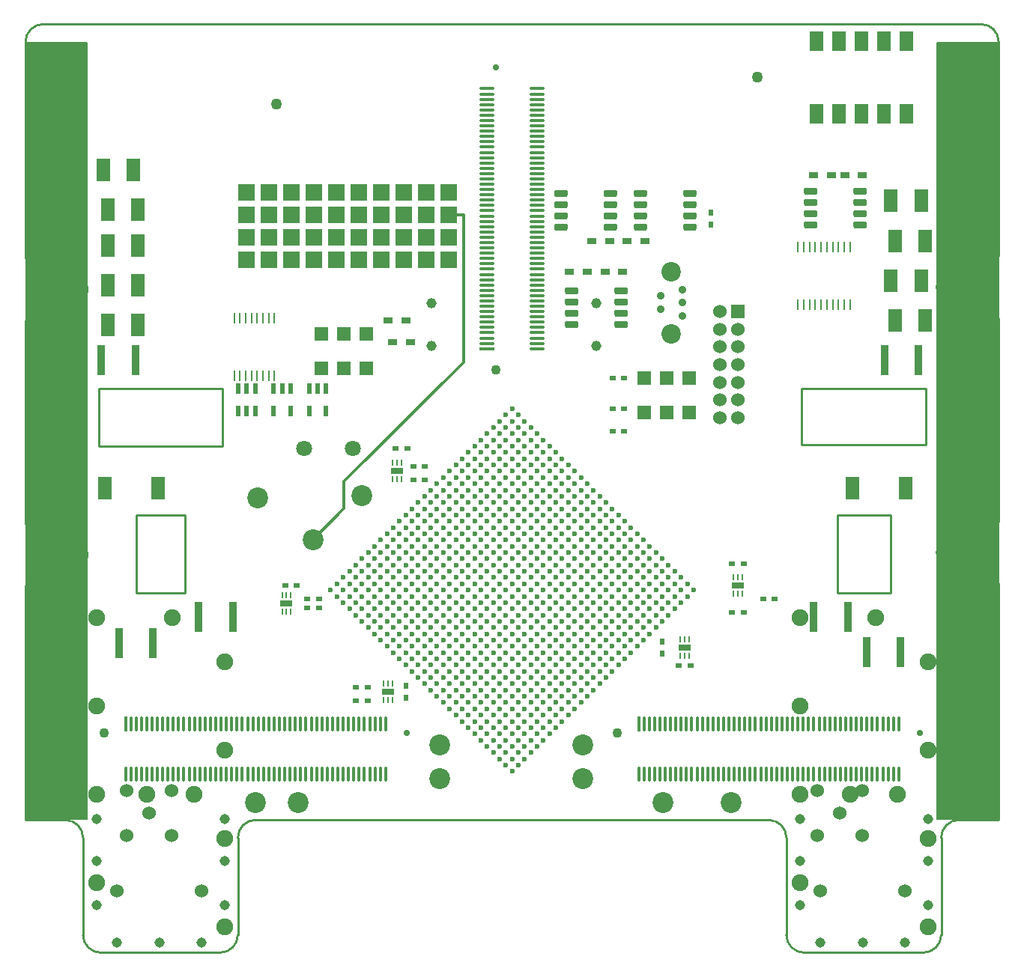
<source format=gtl>
*
*
G04 PADS 9.5 Build Number: 522968 generated Gerber (RS-274-X) file*
G04 PC Version=2.1*
*
%IN "fakeSCROD.pcb"*%
*
%MOIN*%
*
%FSLAX35Y35*%
*
*
*
*
G04 PC Standard Apertures*
*
*
G04 Thermal Relief Aperture macro.*
%AMTER*
1,1,$1,0,0*
1,0,$1-$2,0,0*
21,0,$3,$4,0,0,45*
21,0,$3,$4,0,0,135*
%
*
*
G04 Annular Aperture macro.*
%AMANN*
1,1,$1,0,0*
1,0,$2,0,0*
%
*
*
G04 Odd Aperture macro.*
%AMODD*
1,1,$1,0,0*
1,0,$1-0.005,0,0*
%
*
*
G04 PC Custom Aperture Macros*
*
*
*
*
*
*
G04 PC Aperture Table*
*
%ADD010C,0.001*%
%ADD012C,0.005*%
%ADD013C,0.01*%
%ADD015C,0.16*%
%ADD028C,0.06*%
%ADD030C,0.045*%
%ADD031C,0.075*%
%ADD041C,0.02362*%
%ADD050C,0.04331*%
%ADD083R,0.06X0.06*%
%ADD086R,0.06X0.1*%
%ADD088R,0.06299X0.05906*%
%ADD089R,0.01378X0.06693*%
%ADD090O,0.01378X0.06693*%
%ADD091R,0.06693X0.01378*%
%ADD092O,0.06693X0.01378*%
%ADD095O,0.00984X0.04921*%
%ADD096R,0.02X0.05*%
%ADD109R,0.0315X0.01969*%
%ADD110R,0.04331X0.0315*%
%ADD111R,0.01969X0.0315*%
%ADD116R,0.00984X0.04921*%
%ADD155C,0.02756*%
%ADD160C,0.093*%
%ADD173C,0.04543*%
%ADD175C,0.03543*%
%ADD176C,0.08661*%
%ADD204C,0.013*%
%ADD260C,0.07087*%
%ADD261R,0.059X0.085*%
%ADD262C,0.05*%
%ADD263R,0.0374X0.1378*%
%ADD264R,0.06299X0.10236*%
%ADD265R,0.00984X0.02953*%
%ADD266R,0.05787X0.02598*%
%ADD267R,0.075X0.075*%
%ADD294C,0.026*%
*
*
*
*
G04 PC Circuitry*
G04 Layer Name fakeSCROD.pcb - circuitry*
%LPD*%
*
*
G04 PC Custom Flashes*
G04 Layer Name fakeSCROD.pcb - flashes*
%LPD*%
*
*
G04 PC Circuitry*
G04 Layer Name fakeSCROD.pcb - circuitry*
%LPD*%
*
G54D10*
G54D12*
G01X100250Y100250D02*
X127309D01*
Y446207*
X100250*
Y100250*
X505762D02*
X532821D01*
Y446207*
X505762*
Y100250*
X100250Y445750D02*
X127309D01*
X100250Y445250D02*
X127309D01*
X100250Y444750D02*
X127309D01*
X100250Y444250D02*
X127309D01*
X100250Y443750D02*
X127309D01*
X100250Y443250D02*
X127309D01*
X100250Y442750D02*
X127309D01*
X100250Y442250D02*
X127309D01*
X100250Y441750D02*
X127309D01*
X100250Y441250D02*
X127309D01*
X100250Y440750D02*
X127309D01*
X100250Y440250D02*
X127309D01*
X100250Y439750D02*
X127309D01*
X100250Y439250D02*
X127309D01*
X100250Y438750D02*
X127309D01*
X100250Y438250D02*
X127309D01*
X100250Y437750D02*
X127309D01*
X100250Y437250D02*
X127309D01*
X100250Y436750D02*
X127309D01*
X100250Y436250D02*
X127309D01*
X100250Y435750D02*
X127309D01*
X100250Y435250D02*
X127309D01*
X100250Y434750D02*
X127309D01*
X100250Y434250D02*
X127309D01*
X100250Y433750D02*
X127309D01*
X100250Y433250D02*
X127309D01*
X100250Y432750D02*
X127309D01*
X100250Y432250D02*
X127309D01*
X100250Y431750D02*
X127309D01*
X100250Y431250D02*
X127309D01*
X100250Y430750D02*
X127309D01*
X100250Y430250D02*
X127309D01*
X100250Y429750D02*
X127309D01*
X100250Y429250D02*
X127309D01*
X100250Y428750D02*
X127309D01*
X100250Y428250D02*
X127309D01*
X100250Y427750D02*
X127309D01*
X100250Y427250D02*
X127309D01*
X100250Y426750D02*
X127309D01*
X100250Y426250D02*
X127309D01*
X100250Y425750D02*
X127309D01*
X100250Y425250D02*
X127309D01*
X100250Y424750D02*
X127309D01*
X100250Y424250D02*
X127309D01*
X100250Y423750D02*
X127309D01*
X100250Y423250D02*
X127309D01*
X100250Y422750D02*
X127309D01*
X100250Y422250D02*
X127309D01*
X100250Y421750D02*
X127309D01*
X100250Y421250D02*
X127309D01*
X100250Y420750D02*
X127309D01*
X100250Y420250D02*
X127309D01*
X100250Y419750D02*
X127309D01*
X100250Y419250D02*
X127309D01*
X100250Y418750D02*
X127309D01*
X100250Y418250D02*
X127309D01*
X100250Y417750D02*
X127309D01*
X100250Y417250D02*
X127309D01*
X100250Y416750D02*
X127309D01*
X100250Y416250D02*
X127309D01*
X100250Y415750D02*
X127309D01*
X100250Y415250D02*
X127309D01*
X100250Y414750D02*
X127309D01*
X100250Y414250D02*
X127309D01*
X100250Y413750D02*
X127309D01*
X100250Y413250D02*
X127309D01*
X100250Y412750D02*
X127309D01*
X100250Y412250D02*
X127309D01*
X100250Y411750D02*
X127309D01*
X100250Y411250D02*
X127309D01*
X100250Y410750D02*
X127309D01*
X100250Y410250D02*
X127309D01*
X100250Y409750D02*
X127309D01*
X100250Y409250D02*
X127309D01*
X100250Y408750D02*
X127309D01*
X100250Y408250D02*
X127309D01*
X100250Y407750D02*
X127309D01*
X100250Y407250D02*
X127309D01*
X100250Y406750D02*
X127309D01*
X100250Y406250D02*
X127309D01*
X100250Y405750D02*
X127309D01*
X100250Y405250D02*
X127309D01*
X100250Y404750D02*
X127309D01*
X100250Y404250D02*
X127309D01*
X100250Y403750D02*
X127309D01*
X100250Y403250D02*
X127309D01*
X100250Y402750D02*
X127309D01*
X100250Y402250D02*
X127309D01*
X100250Y401750D02*
X127309D01*
X100250Y401250D02*
X127309D01*
X100250Y400750D02*
X127309D01*
X100250Y400250D02*
X127309D01*
X100250Y399750D02*
X127309D01*
X100250Y399250D02*
X127309D01*
X100250Y398750D02*
X127309D01*
X100250Y398250D02*
X127309D01*
X100250Y397750D02*
X127309D01*
X100250Y397250D02*
X127309D01*
X100250Y396750D02*
X127309D01*
X100250Y396250D02*
X127309D01*
X100250Y395750D02*
X127309D01*
X100250Y395250D02*
X127309D01*
X100250Y394750D02*
X127309D01*
X100250Y394250D02*
X127309D01*
X100250Y393750D02*
X127309D01*
X100250Y393250D02*
X127309D01*
X100250Y392750D02*
X127309D01*
X100250Y392250D02*
X127309D01*
X100250Y391750D02*
X127309D01*
X100250Y391250D02*
X127309D01*
X100250Y390750D02*
X127309D01*
X100250Y390250D02*
X127309D01*
X100250Y389750D02*
X127309D01*
X100250Y389250D02*
X127309D01*
X100250Y388750D02*
X127309D01*
X100250Y388250D02*
X127309D01*
X100250Y387750D02*
X127309D01*
X100250Y387250D02*
X127309D01*
X100250Y386750D02*
X127309D01*
X100250Y386250D02*
X127309D01*
X100250Y385750D02*
X127309D01*
X100250Y385250D02*
X127309D01*
X100250Y384750D02*
X127309D01*
X100250Y384250D02*
X127309D01*
X100250Y383750D02*
X127309D01*
X100250Y383250D02*
X127309D01*
X100250Y382750D02*
X127309D01*
X100250Y382250D02*
X127309D01*
X100250Y381750D02*
X127309D01*
X100250Y381250D02*
X127309D01*
X100250Y380750D02*
X127309D01*
X100250Y380250D02*
X127309D01*
X100250Y379750D02*
X127309D01*
X100250Y379250D02*
X127309D01*
X100250Y378750D02*
X127309D01*
X100250Y378250D02*
X127309D01*
X100250Y377750D02*
X127309D01*
X100250Y377250D02*
X127309D01*
X100250Y376750D02*
X127309D01*
X100250Y376250D02*
X127309D01*
X100250Y375750D02*
X127309D01*
X100250Y375250D02*
X127309D01*
X100250Y374750D02*
X127309D01*
X100250Y374250D02*
X127309D01*
X100250Y373750D02*
X127309D01*
X100250Y373250D02*
X127309D01*
X100250Y372750D02*
X127309D01*
X100250Y372250D02*
X127309D01*
X100250Y371750D02*
X127309D01*
X100250Y371250D02*
X127309D01*
X100250Y370750D02*
X127309D01*
X100250Y370250D02*
X127309D01*
X100250Y369750D02*
X127309D01*
X100250Y369250D02*
X127309D01*
X100250Y368750D02*
X127309D01*
X100250Y368250D02*
X127309D01*
X100250Y367750D02*
X127309D01*
X100250Y367250D02*
X127309D01*
X100250Y366750D02*
X127309D01*
X100250Y366250D02*
X127309D01*
X100250Y365750D02*
X127309D01*
X100250Y365250D02*
X127309D01*
X100250Y364750D02*
X127309D01*
X100250Y364250D02*
X127309D01*
X100250Y363750D02*
X127309D01*
X100250Y363250D02*
X127309D01*
X100250Y362750D02*
X127309D01*
X100250Y362250D02*
X127309D01*
X100250Y361750D02*
X127309D01*
X100250Y361250D02*
X127309D01*
X100250Y360750D02*
X127309D01*
X100250Y360250D02*
X127309D01*
X100250Y359750D02*
X127309D01*
X100250Y359250D02*
X127309D01*
X100250Y358750D02*
X127309D01*
X100250Y358250D02*
X127309D01*
X100250Y357750D02*
X127309D01*
X100250Y357250D02*
X127309D01*
X100250Y356750D02*
X127309D01*
X100250Y356250D02*
X127309D01*
X100250Y355750D02*
X127309D01*
X100250Y355250D02*
X127309D01*
X100250Y354750D02*
X127309D01*
X100250Y354250D02*
X127309D01*
X100250Y353750D02*
X127309D01*
X100250Y353250D02*
X127309D01*
X100250Y352750D02*
X127309D01*
X100250Y352250D02*
X127309D01*
X100250Y351750D02*
X127309D01*
X100250Y351250D02*
X127309D01*
X100250Y350750D02*
X127309D01*
X100250Y350250D02*
X127309D01*
X100250Y349750D02*
X127309D01*
X100250Y349250D02*
X127309D01*
X100250Y348750D02*
X127309D01*
X100250Y348250D02*
X127309D01*
X100250Y347750D02*
X127309D01*
X100250Y347250D02*
X127309D01*
X100250Y346750D02*
X127309D01*
X100250Y346250D02*
X127309D01*
X100250Y345750D02*
X127309D01*
X100250Y345250D02*
X127309D01*
X100250Y344750D02*
X127309D01*
X100250Y344250D02*
X127309D01*
X100250Y343750D02*
X127309D01*
X100250Y343250D02*
X127309D01*
X100250Y342750D02*
X127309D01*
X100250Y342250D02*
X127309D01*
X100250Y341750D02*
X127309D01*
X100250Y341250D02*
X127309D01*
X100250Y340750D02*
X127309D01*
X100250Y340250D02*
X127309D01*
X100250Y339750D02*
X127309D01*
X100250Y339250D02*
X127309D01*
X100250Y338750D02*
X127309D01*
X100250Y338250D02*
X127309D01*
X100250Y337750D02*
X127309D01*
X100250Y337250D02*
X127309D01*
X100250Y336750D02*
X127309D01*
X100250Y336250D02*
X127309D01*
X100250Y335750D02*
X127309D01*
X100250Y335250D02*
X127309D01*
X100250Y334750D02*
X127309D01*
X100250Y334250D02*
X127309D01*
X100250Y333750D02*
X127309D01*
X100250Y333250D02*
X127309D01*
X100250Y332750D02*
X127309D01*
X100250Y332250D02*
X127309D01*
X100250Y331750D02*
X127309D01*
X100250Y331250D02*
X127309D01*
X100250Y330750D02*
X127309D01*
X100250Y330250D02*
X127309D01*
X100250Y329750D02*
X127309D01*
X100250Y329250D02*
X127309D01*
X100250Y328750D02*
X127309D01*
X100250Y328250D02*
X127309D01*
X100250Y327750D02*
X127309D01*
X100250Y327250D02*
X127309D01*
X100250Y326750D02*
X127309D01*
X100250Y326250D02*
X127309D01*
X100250Y325750D02*
X127309D01*
X100250Y325250D02*
X127309D01*
X100250Y324750D02*
X127309D01*
X100250Y324250D02*
X127309D01*
X100250Y323750D02*
X127309D01*
X100250Y323250D02*
X127309D01*
X100250Y322750D02*
X127309D01*
X100250Y322250D02*
X127309D01*
X100250Y321750D02*
X127309D01*
X100250Y321250D02*
X127309D01*
X100250Y320750D02*
X127309D01*
X100250Y320250D02*
X127309D01*
X100250Y319750D02*
X127309D01*
X100250Y319250D02*
X127309D01*
X100250Y318750D02*
X127309D01*
X100250Y318250D02*
X127309D01*
X100250Y317750D02*
X127309D01*
X100250Y317250D02*
X127309D01*
X100250Y316750D02*
X127309D01*
X100250Y316250D02*
X127309D01*
X100250Y315750D02*
X127309D01*
X100250Y315250D02*
X127309D01*
X100250Y314750D02*
X127309D01*
X100250Y314250D02*
X127309D01*
X100250Y313750D02*
X127309D01*
X100250Y313250D02*
X127309D01*
X100250Y312750D02*
X127309D01*
X100250Y312250D02*
X127309D01*
X100250Y311750D02*
X127309D01*
X100250Y311250D02*
X127309D01*
X100250Y310750D02*
X127309D01*
X100250Y310250D02*
X127309D01*
X100250Y309750D02*
X127309D01*
X100250Y309250D02*
X127309D01*
X100250Y308750D02*
X127309D01*
X100250Y308250D02*
X127309D01*
X100250Y307750D02*
X127309D01*
X100250Y307250D02*
X127309D01*
X100250Y306750D02*
X127309D01*
X100250Y306250D02*
X127309D01*
X100250Y305750D02*
X127309D01*
X100250Y305250D02*
X127309D01*
X100250Y304750D02*
X127309D01*
X100250Y304250D02*
X127309D01*
X100250Y303750D02*
X127309D01*
X100250Y303250D02*
X127309D01*
X100250Y302750D02*
X127309D01*
X100250Y302250D02*
X127309D01*
X100250Y301750D02*
X127309D01*
X100250Y301250D02*
X127309D01*
X100250Y300750D02*
X127309D01*
X100250Y300250D02*
X127309D01*
X100250Y299750D02*
X127309D01*
X100250Y299250D02*
X127309D01*
X100250Y298750D02*
X127309D01*
X100250Y298250D02*
X127309D01*
X100250Y297750D02*
X127309D01*
X100250Y297250D02*
X127309D01*
X100250Y296750D02*
X127309D01*
X100250Y296250D02*
X127309D01*
X100250Y295750D02*
X127309D01*
X100250Y295250D02*
X127309D01*
X100250Y294750D02*
X127309D01*
X100250Y294250D02*
X127309D01*
X100250Y293750D02*
X127309D01*
X100250Y293250D02*
X127309D01*
X100250Y292750D02*
X127309D01*
X100250Y292250D02*
X127309D01*
X100250Y291750D02*
X127309D01*
X100250Y291250D02*
X127309D01*
X100250Y290750D02*
X127309D01*
X100250Y290250D02*
X127309D01*
X100250Y289750D02*
X127309D01*
X100250Y289250D02*
X127309D01*
X100250Y288750D02*
X127309D01*
X100250Y288250D02*
X127309D01*
X100250Y287750D02*
X127309D01*
X100250Y287250D02*
X127309D01*
X100250Y286750D02*
X127309D01*
X100250Y286250D02*
X127309D01*
X100250Y285750D02*
X127309D01*
X100250Y285250D02*
X127309D01*
X100250Y284750D02*
X127309D01*
X100250Y284250D02*
X127309D01*
X100250Y283750D02*
X127309D01*
X100250Y283250D02*
X127309D01*
X100250Y282750D02*
X127309D01*
X100250Y282250D02*
X127309D01*
X100250Y281750D02*
X127309D01*
X100250Y281250D02*
X127309D01*
X100250Y280750D02*
X127309D01*
X100250Y280250D02*
X127309D01*
X100250Y279750D02*
X127309D01*
X100250Y279250D02*
X127309D01*
X100250Y278750D02*
X127309D01*
X100250Y278250D02*
X127309D01*
X100250Y277750D02*
X127309D01*
X100250Y277250D02*
X127309D01*
X100250Y276750D02*
X127309D01*
X100250Y276250D02*
X127309D01*
X100250Y275750D02*
X127309D01*
X100250Y275250D02*
X127309D01*
X100250Y274750D02*
X127309D01*
X100250Y274250D02*
X127309D01*
X100250Y273750D02*
X127309D01*
X100250Y273250D02*
X127309D01*
X100250Y272750D02*
X127309D01*
X100250Y272250D02*
X127309D01*
X100250Y271750D02*
X127309D01*
X100250Y271250D02*
X127309D01*
X100250Y270750D02*
X127309D01*
X100250Y270250D02*
X127309D01*
X100250Y269750D02*
X127309D01*
X100250Y269250D02*
X127309D01*
X100250Y268750D02*
X127309D01*
X100250Y268250D02*
X127309D01*
X100250Y267750D02*
X127309D01*
X100250Y267250D02*
X127309D01*
X100250Y266750D02*
X127309D01*
X100250Y266250D02*
X127309D01*
X100250Y265750D02*
X127309D01*
X100250Y265250D02*
X127309D01*
X100250Y264750D02*
X127309D01*
X100250Y264250D02*
X127309D01*
X100250Y263750D02*
X127309D01*
X100250Y263250D02*
X127309D01*
X100250Y262750D02*
X127309D01*
X100250Y262250D02*
X127309D01*
X100250Y261750D02*
X127309D01*
X100250Y261250D02*
X127309D01*
X100250Y260750D02*
X127309D01*
X100250Y260250D02*
X127309D01*
X100250Y259750D02*
X127309D01*
X100250Y259250D02*
X127309D01*
X100250Y258750D02*
X127309D01*
X100250Y258250D02*
X127309D01*
X100250Y257750D02*
X127309D01*
X100250Y257250D02*
X127309D01*
X100250Y256750D02*
X127309D01*
X100250Y256250D02*
X127309D01*
X100250Y255750D02*
X127309D01*
X100250Y255250D02*
X127309D01*
X100250Y254750D02*
X127309D01*
X100250Y254250D02*
X127309D01*
X100250Y253750D02*
X127309D01*
X100250Y253250D02*
X127309D01*
X100250Y252750D02*
X127309D01*
X100250Y252250D02*
X127309D01*
X100250Y251750D02*
X127309D01*
X100250Y251250D02*
X127309D01*
X100250Y250750D02*
X127309D01*
X100250Y250250D02*
X127309D01*
X100250Y249750D02*
X127309D01*
X100250Y249250D02*
X127309D01*
X100250Y248750D02*
X127309D01*
X100250Y248250D02*
X127309D01*
X100250Y247750D02*
X127309D01*
X100250Y247250D02*
X127309D01*
X100250Y246750D02*
X127309D01*
X100250Y246250D02*
X127309D01*
X100250Y245750D02*
X127309D01*
X100250Y245250D02*
X127309D01*
X100250Y244750D02*
X127309D01*
X100250Y244250D02*
X127309D01*
X100250Y243750D02*
X127309D01*
X100250Y243250D02*
X127309D01*
X100250Y242750D02*
X127309D01*
X100250Y242250D02*
X127309D01*
X100250Y241750D02*
X127309D01*
X100250Y241250D02*
X127309D01*
X100250Y240750D02*
X127309D01*
X100250Y240250D02*
X127309D01*
X100250Y239750D02*
X127309D01*
X100250Y239250D02*
X127309D01*
X100250Y238750D02*
X127309D01*
X100250Y238250D02*
X127309D01*
X100250Y237750D02*
X127309D01*
X100250Y237250D02*
X127309D01*
X100250Y236750D02*
X127309D01*
X100250Y236250D02*
X127309D01*
X100250Y235750D02*
X127309D01*
X100250Y235250D02*
X127309D01*
X100250Y234750D02*
X127309D01*
X100250Y234250D02*
X127309D01*
X100250Y233750D02*
X127309D01*
X100250Y233250D02*
X127309D01*
X100250Y232750D02*
X127309D01*
X100250Y232250D02*
X127309D01*
X100250Y231750D02*
X127309D01*
X100250Y231250D02*
X127309D01*
X100250Y230750D02*
X127309D01*
X100250Y230250D02*
X127309D01*
X100250Y229750D02*
X127309D01*
X100250Y229250D02*
X127309D01*
X100250Y228750D02*
X127309D01*
X100250Y228250D02*
X127309D01*
X100250Y227750D02*
X127309D01*
X100250Y227250D02*
X127309D01*
X100250Y226750D02*
X127309D01*
X100250Y226250D02*
X127309D01*
X100250Y225750D02*
X127309D01*
X100250Y225250D02*
X127309D01*
X100250Y224750D02*
X127309D01*
X100250Y224250D02*
X127309D01*
X100250Y223750D02*
X127309D01*
X100250Y223250D02*
X127309D01*
X100250Y222750D02*
X127309D01*
X100250Y222250D02*
X127309D01*
X100250Y221750D02*
X127309D01*
X100250Y221250D02*
X127309D01*
X100250Y220750D02*
X127309D01*
X100250Y220250D02*
X127309D01*
X100250Y219750D02*
X127309D01*
X100250Y219250D02*
X127309D01*
X100250Y218750D02*
X127309D01*
X100250Y218250D02*
X127309D01*
X100250Y217750D02*
X127309D01*
X100250Y217250D02*
X127309D01*
X100250Y216750D02*
X127309D01*
X100250Y216250D02*
X127309D01*
X100250Y215750D02*
X127309D01*
X100250Y215250D02*
X127309D01*
X100250Y214750D02*
X127309D01*
X100250Y214250D02*
X127309D01*
X100250Y213750D02*
X127309D01*
X100250Y213250D02*
X127309D01*
X100250Y212750D02*
X127309D01*
X100250Y212250D02*
X127309D01*
X100250Y211750D02*
X127309D01*
X100250Y211250D02*
X127309D01*
X100250Y210750D02*
X127309D01*
X100250Y210250D02*
X127309D01*
X100250Y209750D02*
X127309D01*
X100250Y209250D02*
X127309D01*
X100250Y208750D02*
X127309D01*
X100250Y208250D02*
X127309D01*
X100250Y207750D02*
X127309D01*
X100250Y207250D02*
X127309D01*
X100250Y206750D02*
X127309D01*
X100250Y206250D02*
X127309D01*
X100250Y205750D02*
X127309D01*
X100250Y205250D02*
X127309D01*
X100250Y204750D02*
X127309D01*
X100250Y204250D02*
X127309D01*
X100250Y203750D02*
X127309D01*
X100250Y203250D02*
X127309D01*
X100250Y202750D02*
X127309D01*
X100250Y202250D02*
X127309D01*
X100250Y201750D02*
X127309D01*
X100250Y201250D02*
X127309D01*
X100250Y200750D02*
X127309D01*
X100250Y200250D02*
X127309D01*
X100250Y199750D02*
X127309D01*
X100250Y199250D02*
X127309D01*
X100250Y198750D02*
X127309D01*
X100250Y198250D02*
X127309D01*
X100250Y197750D02*
X127309D01*
X100250Y197250D02*
X127309D01*
X100250Y196750D02*
X127309D01*
X100250Y196250D02*
X127309D01*
X100250Y195750D02*
X127309D01*
X100250Y195250D02*
X127309D01*
X100250Y194750D02*
X127309D01*
X100250Y194250D02*
X127309D01*
X100250Y193750D02*
X127309D01*
X100250Y193250D02*
X127309D01*
X100250Y192750D02*
X127309D01*
X100250Y192250D02*
X127309D01*
X100250Y191750D02*
X127309D01*
X100250Y191250D02*
X127309D01*
X100250Y190750D02*
X127309D01*
X100250Y190250D02*
X127309D01*
X100250Y189750D02*
X127309D01*
X100250Y189250D02*
X127309D01*
X100250Y188750D02*
X127309D01*
X100250Y188250D02*
X127309D01*
X100250Y187750D02*
X127309D01*
X100250Y187250D02*
X127309D01*
X100250Y186750D02*
X127309D01*
X100250Y186250D02*
X127309D01*
X100250Y185750D02*
X127309D01*
X100250Y185250D02*
X127309D01*
X100250Y184750D02*
X127309D01*
X100250Y184250D02*
X127309D01*
X100250Y183750D02*
X127309D01*
X100250Y183250D02*
X127309D01*
X100250Y182750D02*
X127309D01*
X100250Y182250D02*
X127309D01*
X100250Y181750D02*
X127309D01*
X100250Y181250D02*
X127309D01*
X100250Y180750D02*
X127309D01*
X100250Y180250D02*
X127309D01*
X100250Y179750D02*
X127309D01*
X100250Y179250D02*
X127309D01*
X100250Y178750D02*
X127309D01*
X100250Y178250D02*
X127309D01*
X100250Y177750D02*
X127309D01*
X100250Y177250D02*
X127309D01*
X100250Y176750D02*
X127309D01*
X100250Y176250D02*
X127309D01*
X100250Y175750D02*
X127309D01*
X100250Y175250D02*
X127309D01*
X100250Y174750D02*
X127309D01*
X100250Y174250D02*
X127309D01*
X100250Y173750D02*
X127309D01*
X100250Y173250D02*
X127309D01*
X100250Y172750D02*
X127309D01*
X100250Y172250D02*
X127309D01*
X100250Y171750D02*
X127309D01*
X100250Y171250D02*
X127309D01*
X100250Y170750D02*
X127309D01*
X100250Y170250D02*
X127309D01*
X100250Y169750D02*
X127309D01*
X100250Y169250D02*
X127309D01*
X100250Y168750D02*
X127309D01*
X100250Y168250D02*
X127309D01*
X100250Y167750D02*
X127309D01*
X100250Y167250D02*
X127309D01*
X100250Y166750D02*
X127309D01*
X100250Y166250D02*
X127309D01*
X100250Y165750D02*
X127309D01*
X100250Y165250D02*
X127309D01*
X100250Y164750D02*
X127309D01*
X100250Y164250D02*
X127309D01*
X100250Y163750D02*
X127309D01*
X100250Y163250D02*
X127309D01*
X100250Y162750D02*
X127309D01*
X100250Y162250D02*
X127309D01*
X100250Y161750D02*
X127309D01*
X100250Y161250D02*
X127309D01*
X100250Y160750D02*
X127309D01*
X100250Y160250D02*
X127309D01*
X100250Y159750D02*
X127309D01*
X100250Y159250D02*
X127309D01*
X100250Y158750D02*
X127309D01*
X100250Y158250D02*
X127309D01*
X100250Y157750D02*
X127309D01*
X100250Y157250D02*
X127309D01*
X100250Y156750D02*
X127309D01*
X100250Y156250D02*
X127309D01*
X100250Y155750D02*
X127309D01*
X100250Y155250D02*
X127309D01*
X100250Y154750D02*
X127309D01*
X100250Y154250D02*
X127309D01*
X100250Y153750D02*
X127309D01*
X100250Y153250D02*
X127309D01*
X100250Y152750D02*
X127309D01*
X100250Y152250D02*
X127309D01*
X100250Y151750D02*
X127309D01*
X100250Y151250D02*
X127309D01*
X100250Y150750D02*
X127309D01*
X100250Y150250D02*
X127309D01*
X100250Y149750D02*
X127309D01*
X100250Y149250D02*
X127309D01*
X100250Y148750D02*
X127309D01*
X100250Y148250D02*
X127309D01*
X100250Y147750D02*
X127309D01*
X100250Y147250D02*
X127309D01*
X100250Y146750D02*
X127309D01*
X100250Y146250D02*
X127309D01*
X100250Y145750D02*
X127309D01*
X100250Y145250D02*
X127309D01*
X100250Y144750D02*
X127309D01*
X100250Y144250D02*
X127309D01*
X100250Y143750D02*
X127309D01*
X100250Y143250D02*
X127309D01*
X100250Y142750D02*
X127309D01*
X100250Y142250D02*
X127309D01*
X100250Y141750D02*
X127309D01*
X100250Y141250D02*
X127309D01*
X100250Y140750D02*
X127309D01*
X100250Y140250D02*
X127309D01*
X100250Y139750D02*
X127309D01*
X100250Y139250D02*
X127309D01*
X100250Y138750D02*
X127309D01*
X100250Y138250D02*
X127309D01*
X100250Y137750D02*
X127309D01*
X100250Y137250D02*
X127309D01*
X100250Y136750D02*
X127309D01*
X100250Y136250D02*
X127309D01*
X100250Y135750D02*
X127309D01*
X100250Y135250D02*
X127309D01*
X100250Y134750D02*
X127309D01*
X100250Y134250D02*
X127309D01*
X100250Y133750D02*
X127309D01*
X100250Y133250D02*
X127309D01*
X100250Y132750D02*
X127309D01*
X100250Y132250D02*
X127309D01*
X100250Y131750D02*
X127309D01*
X100250Y131250D02*
X127309D01*
X100250Y130750D02*
X127309D01*
X100250Y130250D02*
X127309D01*
X100250Y129750D02*
X127309D01*
X100250Y129250D02*
X127309D01*
X100250Y128750D02*
X127309D01*
X100250Y128250D02*
X127309D01*
X100250Y127750D02*
X127309D01*
X100250Y127250D02*
X127309D01*
X100250Y126750D02*
X127309D01*
X100250Y126250D02*
X127309D01*
X100250Y125750D02*
X127309D01*
X100250Y125250D02*
X127309D01*
X100250Y124750D02*
X127309D01*
X100250Y124250D02*
X127309D01*
X100250Y123750D02*
X127309D01*
X100250Y123250D02*
X127309D01*
X100250Y122750D02*
X127309D01*
X100250Y122250D02*
X127309D01*
X100250Y121750D02*
X127309D01*
X100250Y121250D02*
X127309D01*
X100250Y120750D02*
X127309D01*
X100250Y120250D02*
X127309D01*
X100250Y119750D02*
X127309D01*
X100250Y119250D02*
X127309D01*
X100250Y118750D02*
X127309D01*
X100250Y118250D02*
X127309D01*
X100250Y117750D02*
X127309D01*
X100250Y117250D02*
X127309D01*
X100250Y116750D02*
X127309D01*
X100250Y116250D02*
X127309D01*
X100250Y115750D02*
X127309D01*
X100250Y115250D02*
X127309D01*
X100250Y114750D02*
X127309D01*
X100250Y114250D02*
X127309D01*
X100250Y113750D02*
X127309D01*
X100250Y113250D02*
X127309D01*
X100250Y112750D02*
X127309D01*
X100250Y112250D02*
X127309D01*
X100250Y111750D02*
X127309D01*
X100250Y111250D02*
X127309D01*
X100250Y110750D02*
X127309D01*
X100250Y110250D02*
X127309D01*
X100250Y109750D02*
X127309D01*
X100250Y109250D02*
X127309D01*
X100250Y108750D02*
X127309D01*
X100250Y108250D02*
X127309D01*
X100250Y107750D02*
X127309D01*
X100250Y107250D02*
X127309D01*
X100250Y106750D02*
X127309D01*
X100250Y106250D02*
X127309D01*
X100250Y105750D02*
X127309D01*
X100250Y105250D02*
X127309D01*
X100250Y104750D02*
X127309D01*
X100250Y104250D02*
X127309D01*
X100250Y103750D02*
X127309D01*
X100250Y103250D02*
X127309D01*
X100250Y102750D02*
X127309D01*
X100250Y102250D02*
X127309D01*
X100250Y101750D02*
X127309D01*
X100250Y101250D02*
X127309D01*
X100250Y100750D02*
X127309D01*
X100250Y100250D02*
Y446207D01*
X100750Y100250D02*
Y446207D01*
X101250Y100250D02*
Y446207D01*
X101750Y100250D02*
Y446207D01*
X102250Y100250D02*
Y446207D01*
X102750Y100250D02*
Y446207D01*
X103250Y100250D02*
Y446207D01*
X103750Y100250D02*
Y446207D01*
X104250Y100250D02*
Y446207D01*
X104750Y100250D02*
Y446207D01*
X105250Y100250D02*
Y446207D01*
X105750Y100250D02*
Y446207D01*
X106250Y100250D02*
Y446207D01*
X106750Y100250D02*
Y446207D01*
X107250Y100250D02*
Y446207D01*
X107750Y100250D02*
Y446207D01*
X108250Y100250D02*
Y446207D01*
X108750Y100250D02*
Y446207D01*
X109250Y100250D02*
Y446207D01*
X109750Y100250D02*
Y446207D01*
X110250Y100250D02*
Y446207D01*
X110750Y100250D02*
Y446207D01*
X111250Y100250D02*
Y446207D01*
X111750Y100250D02*
Y446207D01*
X112250Y100250D02*
Y446207D01*
X112750Y100250D02*
Y446207D01*
X113250Y100250D02*
Y446207D01*
X113750Y100250D02*
Y446207D01*
X114250Y100250D02*
Y446207D01*
X114750Y100250D02*
Y446207D01*
X115250Y100250D02*
Y446207D01*
X115750Y100250D02*
Y446207D01*
X116250Y100250D02*
Y446207D01*
X116750Y100250D02*
Y446207D01*
X117250Y100250D02*
Y446207D01*
X117750Y100250D02*
Y446207D01*
X118250Y100250D02*
Y446207D01*
X118750Y100250D02*
Y446207D01*
X119250Y100250D02*
Y446207D01*
X119750Y100250D02*
Y446207D01*
X120250Y100250D02*
Y446207D01*
X120750Y100250D02*
Y446207D01*
X121250Y100250D02*
Y446207D01*
X121750Y100250D02*
Y446207D01*
X122250Y100250D02*
Y446207D01*
X122750Y100250D02*
Y446207D01*
X123250Y100250D02*
Y446207D01*
X123750Y100250D02*
Y446207D01*
X124250Y100250D02*
Y446207D01*
X124750Y100250D02*
Y446207D01*
X125250Y100250D02*
Y446207D01*
X125750Y100250D02*
Y446207D01*
X126250Y100250D02*
Y446207D01*
X126750Y100250D02*
Y446207D01*
X127250Y100250D02*
Y446207D01*
X505762Y445750D02*
X532821D01*
X505762Y445250D02*
X532821D01*
X505762Y444750D02*
X532821D01*
X505762Y444250D02*
X532821D01*
X505762Y443750D02*
X532821D01*
X505762Y443250D02*
X532821D01*
X505762Y442750D02*
X532821D01*
X505762Y442250D02*
X532821D01*
X505762Y441750D02*
X532821D01*
X505762Y441250D02*
X532821D01*
X505762Y440750D02*
X532821D01*
X505762Y440250D02*
X532821D01*
X505762Y439750D02*
X532821D01*
X505762Y439250D02*
X532821D01*
X505762Y438750D02*
X532821D01*
X505762Y438250D02*
X532821D01*
X505762Y437750D02*
X532821D01*
X505762Y437250D02*
X532821D01*
X505762Y436750D02*
X532821D01*
X505762Y436250D02*
X532821D01*
X505762Y435750D02*
X532821D01*
X505762Y435250D02*
X532821D01*
X505762Y434750D02*
X532821D01*
X505762Y434250D02*
X532821D01*
X505762Y433750D02*
X532821D01*
X505762Y433250D02*
X532821D01*
X505762Y432750D02*
X532821D01*
X505762Y432250D02*
X532821D01*
X505762Y431750D02*
X532821D01*
X505762Y431250D02*
X532821D01*
X505762Y430750D02*
X532821D01*
X505762Y430250D02*
X532821D01*
X505762Y429750D02*
X532821D01*
X505762Y429250D02*
X532821D01*
X505762Y428750D02*
X532821D01*
X505762Y428250D02*
X532821D01*
X505762Y427750D02*
X532821D01*
X505762Y427250D02*
X532821D01*
X505762Y426750D02*
X532821D01*
X505762Y426250D02*
X532821D01*
X505762Y425750D02*
X532821D01*
X505762Y425250D02*
X532821D01*
X505762Y424750D02*
X532821D01*
X505762Y424250D02*
X532821D01*
X505762Y423750D02*
X532821D01*
X505762Y423250D02*
X532821D01*
X505762Y422750D02*
X532821D01*
X505762Y422250D02*
X532821D01*
X505762Y421750D02*
X532821D01*
X505762Y421250D02*
X532821D01*
X505762Y420750D02*
X532821D01*
X505762Y420250D02*
X532821D01*
X505762Y419750D02*
X532821D01*
X505762Y419250D02*
X532821D01*
X505762Y418750D02*
X532821D01*
X505762Y418250D02*
X532821D01*
X505762Y417750D02*
X532821D01*
X505762Y417250D02*
X532821D01*
X505762Y416750D02*
X532821D01*
X505762Y416250D02*
X532821D01*
X505762Y415750D02*
X532821D01*
X505762Y415250D02*
X532821D01*
X505762Y414750D02*
X532821D01*
X505762Y414250D02*
X532821D01*
X505762Y413750D02*
X532821D01*
X505762Y413250D02*
X532821D01*
X505762Y412750D02*
X532821D01*
X505762Y412250D02*
X532821D01*
X505762Y411750D02*
X532821D01*
X505762Y411250D02*
X532821D01*
X505762Y410750D02*
X532821D01*
X505762Y410250D02*
X532821D01*
X505762Y409750D02*
X532821D01*
X505762Y409250D02*
X532821D01*
X505762Y408750D02*
X532821D01*
X505762Y408250D02*
X532821D01*
X505762Y407750D02*
X532821D01*
X505762Y407250D02*
X532821D01*
X505762Y406750D02*
X532821D01*
X505762Y406250D02*
X532821D01*
X505762Y405750D02*
X532821D01*
X505762Y405250D02*
X532821D01*
X505762Y404750D02*
X532821D01*
X505762Y404250D02*
X532821D01*
X505762Y403750D02*
X532821D01*
X505762Y403250D02*
X532821D01*
X505762Y402750D02*
X532821D01*
X505762Y402250D02*
X532821D01*
X505762Y401750D02*
X532821D01*
X505762Y401250D02*
X532821D01*
X505762Y400750D02*
X532821D01*
X505762Y400250D02*
X532821D01*
X505762Y399750D02*
X532821D01*
X505762Y399250D02*
X532821D01*
X505762Y398750D02*
X532821D01*
X505762Y398250D02*
X532821D01*
X505762Y397750D02*
X532821D01*
X505762Y397250D02*
X532821D01*
X505762Y396750D02*
X532821D01*
X505762Y396250D02*
X532821D01*
X505762Y395750D02*
X532821D01*
X505762Y395250D02*
X532821D01*
X505762Y394750D02*
X532821D01*
X505762Y394250D02*
X532821D01*
X505762Y393750D02*
X532821D01*
X505762Y393250D02*
X532821D01*
X505762Y392750D02*
X532821D01*
X505762Y392250D02*
X532821D01*
X505762Y391750D02*
X532821D01*
X505762Y391250D02*
X532821D01*
X505762Y390750D02*
X532821D01*
X505762Y390250D02*
X532821D01*
X505762Y389750D02*
X532821D01*
X505762Y389250D02*
X532821D01*
X505762Y388750D02*
X532821D01*
X505762Y388250D02*
X532821D01*
X505762Y387750D02*
X532821D01*
X505762Y387250D02*
X532821D01*
X505762Y386750D02*
X532821D01*
X505762Y386250D02*
X532821D01*
X505762Y385750D02*
X532821D01*
X505762Y385250D02*
X532821D01*
X505762Y384750D02*
X532821D01*
X505762Y384250D02*
X532821D01*
X505762Y383750D02*
X532821D01*
X505762Y383250D02*
X532821D01*
X505762Y382750D02*
X532821D01*
X505762Y382250D02*
X532821D01*
X505762Y381750D02*
X532821D01*
X505762Y381250D02*
X532821D01*
X505762Y380750D02*
X532821D01*
X505762Y380250D02*
X532821D01*
X505762Y379750D02*
X532821D01*
X505762Y379250D02*
X532821D01*
X505762Y378750D02*
X532821D01*
X505762Y378250D02*
X532821D01*
X505762Y377750D02*
X532821D01*
X505762Y377250D02*
X532821D01*
X505762Y376750D02*
X532821D01*
X505762Y376250D02*
X532821D01*
X505762Y375750D02*
X532821D01*
X505762Y375250D02*
X532821D01*
X505762Y374750D02*
X532821D01*
X505762Y374250D02*
X532821D01*
X505762Y373750D02*
X532821D01*
X505762Y373250D02*
X532821D01*
X505762Y372750D02*
X532821D01*
X505762Y372250D02*
X532821D01*
X505762Y371750D02*
X532821D01*
X505762Y371250D02*
X532821D01*
X505762Y370750D02*
X532821D01*
X505762Y370250D02*
X532821D01*
X505762Y369750D02*
X532821D01*
X505762Y369250D02*
X532821D01*
X505762Y368750D02*
X532821D01*
X505762Y368250D02*
X532821D01*
X505762Y367750D02*
X532821D01*
X505762Y367250D02*
X532821D01*
X505762Y366750D02*
X532821D01*
X505762Y366250D02*
X532821D01*
X505762Y365750D02*
X532821D01*
X505762Y365250D02*
X532821D01*
X505762Y364750D02*
X532821D01*
X505762Y364250D02*
X532821D01*
X505762Y363750D02*
X532821D01*
X505762Y363250D02*
X532821D01*
X505762Y362750D02*
X532821D01*
X505762Y362250D02*
X532821D01*
X505762Y361750D02*
X532821D01*
X505762Y361250D02*
X532821D01*
X505762Y360750D02*
X532821D01*
X505762Y360250D02*
X532821D01*
X505762Y359750D02*
X532821D01*
X505762Y359250D02*
X532821D01*
X505762Y358750D02*
X532821D01*
X505762Y358250D02*
X532821D01*
X505762Y357750D02*
X532821D01*
X505762Y357250D02*
X532821D01*
X505762Y356750D02*
X532821D01*
X505762Y356250D02*
X532821D01*
X505762Y355750D02*
X532821D01*
X505762Y355250D02*
X532821D01*
X505762Y354750D02*
X532821D01*
X505762Y354250D02*
X532821D01*
X505762Y353750D02*
X532821D01*
X505762Y353250D02*
X532821D01*
X505762Y352750D02*
X532821D01*
X505762Y352250D02*
X532821D01*
X505762Y351750D02*
X532821D01*
X505762Y351250D02*
X532821D01*
X505762Y350750D02*
X532821D01*
X505762Y350250D02*
X532821D01*
X505762Y349750D02*
X532821D01*
X505762Y349250D02*
X532821D01*
X505762Y348750D02*
X532821D01*
X505762Y348250D02*
X532821D01*
X505762Y347750D02*
X532821D01*
X505762Y347250D02*
X532821D01*
X505762Y346750D02*
X532821D01*
X505762Y346250D02*
X532821D01*
X505762Y345750D02*
X532821D01*
X505762Y345250D02*
X532821D01*
X505762Y344750D02*
X532821D01*
X505762Y344250D02*
X532821D01*
X505762Y343750D02*
X532821D01*
X505762Y343250D02*
X532821D01*
X505762Y342750D02*
X532821D01*
X505762Y342250D02*
X532821D01*
X505762Y341750D02*
X532821D01*
X505762Y341250D02*
X532821D01*
X505762Y340750D02*
X532821D01*
X505762Y340250D02*
X532821D01*
X505762Y339750D02*
X532821D01*
X505762Y339250D02*
X532821D01*
X505762Y338750D02*
X532821D01*
X505762Y338250D02*
X532821D01*
X505762Y337750D02*
X532821D01*
X505762Y337250D02*
X532821D01*
X505762Y336750D02*
X532821D01*
X505762Y336250D02*
X532821D01*
X505762Y335750D02*
X532821D01*
X505762Y335250D02*
X532821D01*
X505762Y334750D02*
X532821D01*
X505762Y334250D02*
X532821D01*
X505762Y333750D02*
X532821D01*
X505762Y333250D02*
X532821D01*
X505762Y332750D02*
X532821D01*
X505762Y332250D02*
X532821D01*
X505762Y331750D02*
X532821D01*
X505762Y331250D02*
X532821D01*
X505762Y330750D02*
X532821D01*
X505762Y330250D02*
X532821D01*
X505762Y329750D02*
X532821D01*
X505762Y329250D02*
X532821D01*
X505762Y328750D02*
X532821D01*
X505762Y328250D02*
X532821D01*
X505762Y327750D02*
X532821D01*
X505762Y327250D02*
X532821D01*
X505762Y326750D02*
X532821D01*
X505762Y326250D02*
X532821D01*
X505762Y325750D02*
X532821D01*
X505762Y325250D02*
X532821D01*
X505762Y324750D02*
X532821D01*
X505762Y324250D02*
X532821D01*
X505762Y323750D02*
X532821D01*
X505762Y323250D02*
X532821D01*
X505762Y322750D02*
X532821D01*
X505762Y322250D02*
X532821D01*
X505762Y321750D02*
X532821D01*
X505762Y321250D02*
X532821D01*
X505762Y320750D02*
X532821D01*
X505762Y320250D02*
X532821D01*
X505762Y319750D02*
X532821D01*
X505762Y319250D02*
X532821D01*
X505762Y318750D02*
X532821D01*
X505762Y318250D02*
X532821D01*
X505762Y317750D02*
X532821D01*
X505762Y317250D02*
X532821D01*
X505762Y316750D02*
X532821D01*
X505762Y316250D02*
X532821D01*
X505762Y315750D02*
X532821D01*
X505762Y315250D02*
X532821D01*
X505762Y314750D02*
X532821D01*
X505762Y314250D02*
X532821D01*
X505762Y313750D02*
X532821D01*
X505762Y313250D02*
X532821D01*
X505762Y312750D02*
X532821D01*
X505762Y312250D02*
X532821D01*
X505762Y311750D02*
X532821D01*
X505762Y311250D02*
X532821D01*
X505762Y310750D02*
X532821D01*
X505762Y310250D02*
X532821D01*
X505762Y309750D02*
X532821D01*
X505762Y309250D02*
X532821D01*
X505762Y308750D02*
X532821D01*
X505762Y308250D02*
X532821D01*
X505762Y307750D02*
X532821D01*
X505762Y307250D02*
X532821D01*
X505762Y306750D02*
X532821D01*
X505762Y306250D02*
X532821D01*
X505762Y305750D02*
X532821D01*
X505762Y305250D02*
X532821D01*
X505762Y304750D02*
X532821D01*
X505762Y304250D02*
X532821D01*
X505762Y303750D02*
X532821D01*
X505762Y303250D02*
X532821D01*
X505762Y302750D02*
X532821D01*
X505762Y302250D02*
X532821D01*
X505762Y301750D02*
X532821D01*
X505762Y301250D02*
X532821D01*
X505762Y300750D02*
X532821D01*
X505762Y300250D02*
X532821D01*
X505762Y299750D02*
X532821D01*
X505762Y299250D02*
X532821D01*
X505762Y298750D02*
X532821D01*
X505762Y298250D02*
X532821D01*
X505762Y297750D02*
X532821D01*
X505762Y297250D02*
X532821D01*
X505762Y296750D02*
X532821D01*
X505762Y296250D02*
X532821D01*
X505762Y295750D02*
X532821D01*
X505762Y295250D02*
X532821D01*
X505762Y294750D02*
X532821D01*
X505762Y294250D02*
X532821D01*
X505762Y293750D02*
X532821D01*
X505762Y293250D02*
X532821D01*
X505762Y292750D02*
X532821D01*
X505762Y292250D02*
X532821D01*
X505762Y291750D02*
X532821D01*
X505762Y291250D02*
X532821D01*
X505762Y290750D02*
X532821D01*
X505762Y290250D02*
X532821D01*
X505762Y289750D02*
X532821D01*
X505762Y289250D02*
X532821D01*
X505762Y288750D02*
X532821D01*
X505762Y288250D02*
X532821D01*
X505762Y287750D02*
X532821D01*
X505762Y287250D02*
X532821D01*
X505762Y286750D02*
X532821D01*
X505762Y286250D02*
X532821D01*
X505762Y285750D02*
X532821D01*
X505762Y285250D02*
X532821D01*
X505762Y284750D02*
X532821D01*
X505762Y284250D02*
X532821D01*
X505762Y283750D02*
X532821D01*
X505762Y283250D02*
X532821D01*
X505762Y282750D02*
X532821D01*
X505762Y282250D02*
X532821D01*
X505762Y281750D02*
X532821D01*
X505762Y281250D02*
X532821D01*
X505762Y280750D02*
X532821D01*
X505762Y280250D02*
X532821D01*
X505762Y279750D02*
X532821D01*
X505762Y279250D02*
X532821D01*
X505762Y278750D02*
X532821D01*
X505762Y278250D02*
X532821D01*
X505762Y277750D02*
X532821D01*
X505762Y277250D02*
X532821D01*
X505762Y276750D02*
X532821D01*
X505762Y276250D02*
X532821D01*
X505762Y275750D02*
X532821D01*
X505762Y275250D02*
X532821D01*
X505762Y274750D02*
X532821D01*
X505762Y274250D02*
X532821D01*
X505762Y273750D02*
X532821D01*
X505762Y273250D02*
X532821D01*
X505762Y272750D02*
X532821D01*
X505762Y272250D02*
X532821D01*
X505762Y271750D02*
X532821D01*
X505762Y271250D02*
X532821D01*
X505762Y270750D02*
X532821D01*
X505762Y270250D02*
X532821D01*
X505762Y269750D02*
X532821D01*
X505762Y269250D02*
X532821D01*
X505762Y268750D02*
X532821D01*
X505762Y268250D02*
X532821D01*
X505762Y267750D02*
X532821D01*
X505762Y267250D02*
X532821D01*
X505762Y266750D02*
X532821D01*
X505762Y266250D02*
X532821D01*
X505762Y265750D02*
X532821D01*
X505762Y265250D02*
X532821D01*
X505762Y264750D02*
X532821D01*
X505762Y264250D02*
X532821D01*
X505762Y263750D02*
X532821D01*
X505762Y263250D02*
X532821D01*
X505762Y262750D02*
X532821D01*
X505762Y262250D02*
X532821D01*
X505762Y261750D02*
X532821D01*
X505762Y261250D02*
X532821D01*
X505762Y260750D02*
X532821D01*
X505762Y260250D02*
X532821D01*
X505762Y259750D02*
X532821D01*
X505762Y259250D02*
X532821D01*
X505762Y258750D02*
X532821D01*
X505762Y258250D02*
X532821D01*
X505762Y257750D02*
X532821D01*
X505762Y257250D02*
X532821D01*
X505762Y256750D02*
X532821D01*
X505762Y256250D02*
X532821D01*
X505762Y255750D02*
X532821D01*
X505762Y255250D02*
X532821D01*
X505762Y254750D02*
X532821D01*
X505762Y254250D02*
X532821D01*
X505762Y253750D02*
X532821D01*
X505762Y253250D02*
X532821D01*
X505762Y252750D02*
X532821D01*
X505762Y252250D02*
X532821D01*
X505762Y251750D02*
X532821D01*
X505762Y251250D02*
X532821D01*
X505762Y250750D02*
X532821D01*
X505762Y250250D02*
X532821D01*
X505762Y249750D02*
X532821D01*
X505762Y249250D02*
X532821D01*
X505762Y248750D02*
X532821D01*
X505762Y248250D02*
X532821D01*
X505762Y247750D02*
X532821D01*
X505762Y247250D02*
X532821D01*
X505762Y246750D02*
X532821D01*
X505762Y246250D02*
X532821D01*
X505762Y245750D02*
X532821D01*
X505762Y245250D02*
X532821D01*
X505762Y244750D02*
X532821D01*
X505762Y244250D02*
X532821D01*
X505762Y243750D02*
X532821D01*
X505762Y243250D02*
X532821D01*
X505762Y242750D02*
X532821D01*
X505762Y242250D02*
X532821D01*
X505762Y241750D02*
X532821D01*
X505762Y241250D02*
X532821D01*
X505762Y240750D02*
X532821D01*
X505762Y240250D02*
X532821D01*
X505762Y239750D02*
X532821D01*
X505762Y239250D02*
X532821D01*
X505762Y238750D02*
X532821D01*
X505762Y238250D02*
X532821D01*
X505762Y237750D02*
X532821D01*
X505762Y237250D02*
X532821D01*
X505762Y236750D02*
X532821D01*
X505762Y236250D02*
X532821D01*
X505762Y235750D02*
X532821D01*
X505762Y235250D02*
X532821D01*
X505762Y234750D02*
X532821D01*
X505762Y234250D02*
X532821D01*
X505762Y233750D02*
X532821D01*
X505762Y233250D02*
X532821D01*
X505762Y232750D02*
X532821D01*
X505762Y232250D02*
X532821D01*
X505762Y231750D02*
X532821D01*
X505762Y231250D02*
X532821D01*
X505762Y230750D02*
X532821D01*
X505762Y230250D02*
X532821D01*
X505762Y229750D02*
X532821D01*
X505762Y229250D02*
X532821D01*
X505762Y228750D02*
X532821D01*
X505762Y228250D02*
X532821D01*
X505762Y227750D02*
X532821D01*
X505762Y227250D02*
X532821D01*
X505762Y226750D02*
X532821D01*
X505762Y226250D02*
X532821D01*
X505762Y225750D02*
X532821D01*
X505762Y225250D02*
X532821D01*
X505762Y224750D02*
X532821D01*
X505762Y224250D02*
X532821D01*
X505762Y223750D02*
X532821D01*
X505762Y223250D02*
X532821D01*
X505762Y222750D02*
X532821D01*
X505762Y222250D02*
X532821D01*
X505762Y221750D02*
X532821D01*
X505762Y221250D02*
X532821D01*
X505762Y220750D02*
X532821D01*
X505762Y220250D02*
X532821D01*
X505762Y219750D02*
X532821D01*
X505762Y219250D02*
X532821D01*
X505762Y218750D02*
X532821D01*
X505762Y218250D02*
X532821D01*
X505762Y217750D02*
X532821D01*
X505762Y217250D02*
X532821D01*
X505762Y216750D02*
X532821D01*
X505762Y216250D02*
X532821D01*
X505762Y215750D02*
X532821D01*
X505762Y215250D02*
X532821D01*
X505762Y214750D02*
X532821D01*
X505762Y214250D02*
X532821D01*
X505762Y213750D02*
X532821D01*
X505762Y213250D02*
X532821D01*
X505762Y212750D02*
X532821D01*
X505762Y212250D02*
X532821D01*
X505762Y211750D02*
X532821D01*
X505762Y211250D02*
X532821D01*
X505762Y210750D02*
X532821D01*
X505762Y210250D02*
X532821D01*
X505762Y209750D02*
X532821D01*
X505762Y209250D02*
X532821D01*
X505762Y208750D02*
X532821D01*
X505762Y208250D02*
X532821D01*
X505762Y207750D02*
X532821D01*
X505762Y207250D02*
X532821D01*
X505762Y206750D02*
X532821D01*
X505762Y206250D02*
X532821D01*
X505762Y205750D02*
X532821D01*
X505762Y205250D02*
X532821D01*
X505762Y204750D02*
X532821D01*
X505762Y204250D02*
X532821D01*
X505762Y203750D02*
X532821D01*
X505762Y203250D02*
X532821D01*
X505762Y202750D02*
X532821D01*
X505762Y202250D02*
X532821D01*
X505762Y201750D02*
X532821D01*
X505762Y201250D02*
X532821D01*
X505762Y200750D02*
X532821D01*
X505762Y200250D02*
X532821D01*
X505762Y199750D02*
X532821D01*
X505762Y199250D02*
X532821D01*
X505762Y198750D02*
X532821D01*
X505762Y198250D02*
X532821D01*
X505762Y197750D02*
X532821D01*
X505762Y197250D02*
X532821D01*
X505762Y196750D02*
X532821D01*
X505762Y196250D02*
X532821D01*
X505762Y195750D02*
X532821D01*
X505762Y195250D02*
X532821D01*
X505762Y194750D02*
X532821D01*
X505762Y194250D02*
X532821D01*
X505762Y193750D02*
X532821D01*
X505762Y193250D02*
X532821D01*
X505762Y192750D02*
X532821D01*
X505762Y192250D02*
X532821D01*
X505762Y191750D02*
X532821D01*
X505762Y191250D02*
X532821D01*
X505762Y190750D02*
X532821D01*
X505762Y190250D02*
X532821D01*
X505762Y189750D02*
X532821D01*
X505762Y189250D02*
X532821D01*
X505762Y188750D02*
X532821D01*
X505762Y188250D02*
X532821D01*
X505762Y187750D02*
X532821D01*
X505762Y187250D02*
X532821D01*
X505762Y186750D02*
X532821D01*
X505762Y186250D02*
X532821D01*
X505762Y185750D02*
X532821D01*
X505762Y185250D02*
X532821D01*
X505762Y184750D02*
X532821D01*
X505762Y184250D02*
X532821D01*
X505762Y183750D02*
X532821D01*
X505762Y183250D02*
X532821D01*
X505762Y182750D02*
X532821D01*
X505762Y182250D02*
X532821D01*
X505762Y181750D02*
X532821D01*
X505762Y181250D02*
X532821D01*
X505762Y180750D02*
X532821D01*
X505762Y180250D02*
X532821D01*
X505762Y179750D02*
X532821D01*
X505762Y179250D02*
X532821D01*
X505762Y178750D02*
X532821D01*
X505762Y178250D02*
X532821D01*
X505762Y177750D02*
X532821D01*
X505762Y177250D02*
X532821D01*
X505762Y176750D02*
X532821D01*
X505762Y176250D02*
X532821D01*
X505762Y175750D02*
X532821D01*
X505762Y175250D02*
X532821D01*
X505762Y174750D02*
X532821D01*
X505762Y174250D02*
X532821D01*
X505762Y173750D02*
X532821D01*
X505762Y173250D02*
X532821D01*
X505762Y172750D02*
X532821D01*
X505762Y172250D02*
X532821D01*
X505762Y171750D02*
X532821D01*
X505762Y171250D02*
X532821D01*
X505762Y170750D02*
X532821D01*
X505762Y170250D02*
X532821D01*
X505762Y169750D02*
X532821D01*
X505762Y169250D02*
X532821D01*
X505762Y168750D02*
X532821D01*
X505762Y168250D02*
X532821D01*
X505762Y167750D02*
X532821D01*
X505762Y167250D02*
X532821D01*
X505762Y166750D02*
X532821D01*
X505762Y166250D02*
X532821D01*
X505762Y165750D02*
X532821D01*
X505762Y165250D02*
X532821D01*
X505762Y164750D02*
X532821D01*
X505762Y164250D02*
X532821D01*
X505762Y163750D02*
X532821D01*
X505762Y163250D02*
X532821D01*
X505762Y162750D02*
X532821D01*
X505762Y162250D02*
X532821D01*
X505762Y161750D02*
X532821D01*
X505762Y161250D02*
X532821D01*
X505762Y160750D02*
X532821D01*
X505762Y160250D02*
X532821D01*
X505762Y159750D02*
X532821D01*
X505762Y159250D02*
X532821D01*
X505762Y158750D02*
X532821D01*
X505762Y158250D02*
X532821D01*
X505762Y157750D02*
X532821D01*
X505762Y157250D02*
X532821D01*
X505762Y156750D02*
X532821D01*
X505762Y156250D02*
X532821D01*
X505762Y155750D02*
X532821D01*
X505762Y155250D02*
X532821D01*
X505762Y154750D02*
X532821D01*
X505762Y154250D02*
X532821D01*
X505762Y153750D02*
X532821D01*
X505762Y153250D02*
X532821D01*
X505762Y152750D02*
X532821D01*
X505762Y152250D02*
X532821D01*
X505762Y151750D02*
X532821D01*
X505762Y151250D02*
X532821D01*
X505762Y150750D02*
X532821D01*
X505762Y150250D02*
X532821D01*
X505762Y149750D02*
X532821D01*
X505762Y149250D02*
X532821D01*
X505762Y148750D02*
X532821D01*
X505762Y148250D02*
X532821D01*
X505762Y147750D02*
X532821D01*
X505762Y147250D02*
X532821D01*
X505762Y146750D02*
X532821D01*
X505762Y146250D02*
X532821D01*
X505762Y145750D02*
X532821D01*
X505762Y145250D02*
X532821D01*
X505762Y144750D02*
X532821D01*
X505762Y144250D02*
X532821D01*
X505762Y143750D02*
X532821D01*
X505762Y143250D02*
X532821D01*
X505762Y142750D02*
X532821D01*
X505762Y142250D02*
X532821D01*
X505762Y141750D02*
X532821D01*
X505762Y141250D02*
X532821D01*
X505762Y140750D02*
X532821D01*
X505762Y140250D02*
X532821D01*
X505762Y139750D02*
X532821D01*
X505762Y139250D02*
X532821D01*
X505762Y138750D02*
X532821D01*
X505762Y138250D02*
X532821D01*
X505762Y137750D02*
X532821D01*
X505762Y137250D02*
X532821D01*
X505762Y136750D02*
X532821D01*
X505762Y136250D02*
X532821D01*
X505762Y135750D02*
X532821D01*
X505762Y135250D02*
X532821D01*
X505762Y134750D02*
X532821D01*
X505762Y134250D02*
X532821D01*
X505762Y133750D02*
X532821D01*
X505762Y133250D02*
X532821D01*
X505762Y132750D02*
X532821D01*
X505762Y132250D02*
X532821D01*
X505762Y131750D02*
X532821D01*
X505762Y131250D02*
X532821D01*
X505762Y130750D02*
X532821D01*
X505762Y130250D02*
X532821D01*
X505762Y129750D02*
X532821D01*
X505762Y129250D02*
X532821D01*
X505762Y128750D02*
X532821D01*
X505762Y128250D02*
X532821D01*
X505762Y127750D02*
X532821D01*
X505762Y127250D02*
X532821D01*
X505762Y126750D02*
X532821D01*
X505762Y126250D02*
X532821D01*
X505762Y125750D02*
X532821D01*
X505762Y125250D02*
X532821D01*
X505762Y124750D02*
X532821D01*
X505762Y124250D02*
X532821D01*
X505762Y123750D02*
X532821D01*
X505762Y123250D02*
X532821D01*
X505762Y122750D02*
X532821D01*
X505762Y122250D02*
X532821D01*
X505762Y121750D02*
X532821D01*
X505762Y121250D02*
X532821D01*
X505762Y120750D02*
X532821D01*
X505762Y120250D02*
X532821D01*
X505762Y119750D02*
X532821D01*
X505762Y119250D02*
X532821D01*
X505762Y118750D02*
X532821D01*
X505762Y118250D02*
X532821D01*
X505762Y117750D02*
X532821D01*
X505762Y117250D02*
X532821D01*
X505762Y116750D02*
X532821D01*
X505762Y116250D02*
X532821D01*
X505762Y115750D02*
X532821D01*
X505762Y115250D02*
X532821D01*
X505762Y114750D02*
X532821D01*
X505762Y114250D02*
X532821D01*
X505762Y113750D02*
X532821D01*
X505762Y113250D02*
X532821D01*
X505762Y112750D02*
X532821D01*
X505762Y112250D02*
X532821D01*
X505762Y111750D02*
X532821D01*
X505762Y111250D02*
X532821D01*
X505762Y110750D02*
X532821D01*
X505762Y110250D02*
X532821D01*
X505762Y109750D02*
X532821D01*
X505762Y109250D02*
X532821D01*
X505762Y108750D02*
X532821D01*
X505762Y108250D02*
X532821D01*
X505762Y107750D02*
X532821D01*
X505762Y107250D02*
X532821D01*
X505762Y106750D02*
X532821D01*
X505762Y106250D02*
X532821D01*
X505762Y105750D02*
X532821D01*
X505762Y105250D02*
X532821D01*
X505762Y104750D02*
X532821D01*
X505762Y104250D02*
X532821D01*
X505762Y103750D02*
X532821D01*
X505762Y103250D02*
X532821D01*
X505762Y102750D02*
X532821D01*
X505762Y102250D02*
X532821D01*
X505762Y101750D02*
X532821D01*
X505762Y101250D02*
X532821D01*
X505762Y100750D02*
X532821D01*
X505762Y100250D02*
Y446207D01*
X506262Y100250D02*
Y446207D01*
X506762Y100250D02*
Y446207D01*
X507262Y100250D02*
Y446207D01*
X507762Y100250D02*
Y446207D01*
X508262Y100250D02*
Y446207D01*
X508762Y100250D02*
Y446207D01*
X509262Y100250D02*
Y446207D01*
X509762Y100250D02*
Y446207D01*
X510262Y100250D02*
Y446207D01*
X510762Y100250D02*
Y446207D01*
X511262Y100250D02*
Y446207D01*
X511762Y100250D02*
Y446207D01*
X512262Y100250D02*
Y446207D01*
X512762Y100250D02*
Y446207D01*
X513262Y100250D02*
Y446207D01*
X513762Y100250D02*
Y446207D01*
X514262Y100250D02*
Y446207D01*
X514762Y100250D02*
Y446207D01*
X515262Y100250D02*
Y446207D01*
X515762Y100250D02*
Y446207D01*
X516262Y100250D02*
Y446207D01*
X516762Y100250D02*
Y446207D01*
X517262Y100250D02*
Y446207D01*
X517762Y100250D02*
Y446207D01*
X518262Y100250D02*
Y446207D01*
X518762Y100250D02*
Y446207D01*
X519262Y100250D02*
Y446207D01*
X519762Y100250D02*
Y446207D01*
X520262Y100250D02*
Y446207D01*
X520762Y100250D02*
Y446207D01*
X521262Y100250D02*
Y446207D01*
X521762Y100250D02*
Y446207D01*
X522262Y100250D02*
Y446207D01*
X522762Y100250D02*
Y446207D01*
X523262Y100250D02*
Y446207D01*
X523762Y100250D02*
Y446207D01*
X524262Y100250D02*
Y446207D01*
X524762Y100250D02*
Y446207D01*
X525262Y100250D02*
Y446207D01*
X525762Y100250D02*
Y446207D01*
X526262Y100250D02*
Y446207D01*
X526762Y100250D02*
Y446207D01*
X527262Y100250D02*
Y446207D01*
X527762Y100250D02*
Y446207D01*
X528262Y100250D02*
Y446207D01*
X528762Y100250D02*
Y446207D01*
X529262Y100250D02*
Y446207D01*
X529762Y100250D02*
Y446207D01*
X530262Y100250D02*
Y446207D01*
X530762Y100250D02*
Y446207D01*
X531262Y100250D02*
Y446207D01*
X531762Y100250D02*
Y446207D01*
X532262Y100250D02*
Y446207D01*
X532762Y100250D02*
Y446207D01*
G54D13*
X446736Y379345D02*
Y380931D01*
X446943Y381138*
X451529*
X451736Y380931*
Y379345*
X451529Y379138*
X446943*
X446736Y379345*
Y380000D02*
X451736D01*
X446806Y381000D02*
X451667D01*
X447000Y379138D02*
Y381138D01*
X448000Y379138D02*
Y381138D01*
X449000Y379138D02*
Y381138D01*
X450000Y379138D02*
Y381138D01*
X451000Y379138D02*
Y381138D01*
X446736Y374345D02*
Y375931D01*
X446943Y376138*
X451529*
X451736Y375931*
Y374345*
X451529Y374138*
X446943*
X446736Y374345*
Y375000D02*
X451736D01*
X446806Y376000D02*
X451667D01*
X447000Y374138D02*
Y376138D01*
X448000Y374138D02*
Y376138D01*
X449000Y374138D02*
Y376138D01*
X450000Y374138D02*
Y376138D01*
X451000Y374138D02*
Y376138D01*
X446736Y369345D02*
Y370931D01*
X446943Y371138*
X451529*
X451736Y370931*
Y369345*
X451529Y369138*
X446943*
X446736Y369345*
Y370000D02*
X451736D01*
X446806Y371000D02*
X451667D01*
X447000Y369138D02*
Y371138D01*
X448000Y369138D02*
Y371138D01*
X449000Y369138D02*
Y371138D01*
X450000Y369138D02*
Y371138D01*
X451000Y369138D02*
Y371138D01*
X446736Y364345D02*
Y365931D01*
X446943Y366138*
X451529*
X451736Y365931*
Y364345*
X451529Y364138*
X446943*
X446736Y364345*
Y365000D02*
X451736D01*
X446806Y366000D02*
X451667D01*
X447000Y364138D02*
Y366138D01*
X448000Y364138D02*
Y366138D01*
X449000Y364138D02*
Y366138D01*
X450000Y364138D02*
Y366138D01*
X451000Y364138D02*
Y366138D01*
X468736Y364345D02*
Y365931D01*
X468943Y366138*
X473529*
X473736Y365931*
Y364345*
X473529Y364138*
X468943*
X468736Y364345*
Y365000D02*
X473736D01*
X468806Y366000D02*
X473667D01*
X469000Y364138D02*
Y366138D01*
X470000Y364138D02*
Y366138D01*
X471000Y364138D02*
Y366138D01*
X472000Y364138D02*
Y366138D01*
X473000Y364138D02*
Y366138D01*
X468736Y369345D02*
Y370931D01*
X468943Y371138*
X473529*
X473736Y370931*
Y369345*
X473529Y369138*
X468943*
X468736Y369345*
Y370000D02*
X473736D01*
X468806Y371000D02*
X473667D01*
X469000Y369138D02*
Y371138D01*
X470000Y369138D02*
Y371138D01*
X471000Y369138D02*
Y371138D01*
X472000Y369138D02*
Y371138D01*
X473000Y369138D02*
Y371138D01*
X468736Y374345D02*
Y375931D01*
X468943Y376138*
X473529*
X473736Y375931*
Y374345*
X473529Y374138*
X468943*
X468736Y374345*
Y375000D02*
X473736D01*
X468806Y376000D02*
X473667D01*
X469000Y374138D02*
Y376138D01*
X470000Y374138D02*
Y376138D01*
X471000Y374138D02*
Y376138D01*
X472000Y374138D02*
Y376138D01*
X473000Y374138D02*
Y376138D01*
X468736Y379345D02*
Y380931D01*
X468943Y381138*
X473529*
X473736Y380931*
Y379345*
X473529Y379138*
X468943*
X468736Y379345*
Y380000D02*
X473736D01*
X468806Y381000D02*
X473667D01*
X469000Y379138D02*
Y381138D01*
X470000Y379138D02*
Y381138D01*
X471000Y379138D02*
Y381138D01*
X472000Y379138D02*
Y381138D01*
X473000Y379138D02*
Y381138D01*
X335516Y378361D02*
Y379946D01*
X335723Y380154*
X340309*
X340516Y379946*
Y378361*
X340309Y378154*
X335723*
X335516Y378361*
Y379000D02*
X340516D01*
X335569Y380000D02*
X340462D01*
X336000Y378154D02*
Y380154D01*
X337000Y378154D02*
Y380154D01*
X338000Y378154D02*
Y380154D01*
X339000Y378154D02*
Y380154D01*
X340000Y378154D02*
Y380154D01*
X335516Y373361D02*
Y374946D01*
X335723Y375154*
X340309*
X340516Y374946*
Y373361*
X340309Y373154*
X335723*
X335516Y373361*
Y374000D02*
X340516D01*
X335569Y375000D02*
X340462D01*
X336000Y373154D02*
Y375154D01*
X337000Y373154D02*
Y375154D01*
X338000Y373154D02*
Y375154D01*
X339000Y373154D02*
Y375154D01*
X340000Y373154D02*
Y375154D01*
X335516Y368361D02*
Y369946D01*
X335723Y370154*
X340309*
X340516Y369946*
Y368361*
X340309Y368154*
X335723*
X335516Y368361*
Y369000D02*
X340516D01*
X335569Y370000D02*
X340462D01*
X336000Y368154D02*
Y370154D01*
X337000Y368154D02*
Y370154D01*
X338000Y368154D02*
Y370154D01*
X339000Y368154D02*
Y370154D01*
X340000Y368154D02*
Y370154D01*
X335516Y363361D02*
Y364946D01*
X335723Y365154*
X340309*
X340516Y364946*
Y363361*
X340309Y363154*
X335723*
X335516Y363361*
Y364000D02*
X340516D01*
X335569Y365000D02*
X340462D01*
X336000Y363154D02*
Y365154D01*
X337000Y363154D02*
Y365154D01*
X338000Y363154D02*
Y365154D01*
X339000Y363154D02*
Y365154D01*
X340000Y363154D02*
Y365154D01*
X357516Y363361D02*
Y364946D01*
X357723Y365154*
X362309*
X362516Y364946*
Y363361*
X362309Y363154*
X357723*
X357516Y363361*
Y364000D02*
X362516D01*
X357569Y365000D02*
X362462D01*
X358000Y363154D02*
Y365154D01*
X359000Y363154D02*
Y365154D01*
X360000Y363154D02*
Y365154D01*
X361000Y363154D02*
Y365154D01*
X362000Y363154D02*
Y365154D01*
X357516Y368361D02*
Y369946D01*
X357723Y370154*
X362309*
X362516Y369946*
Y368361*
X362309Y368154*
X357723*
X357516Y368361*
Y369000D02*
X362516D01*
X357569Y370000D02*
X362462D01*
X358000Y368154D02*
Y370154D01*
X359000Y368154D02*
Y370154D01*
X360000Y368154D02*
Y370154D01*
X361000Y368154D02*
Y370154D01*
X362000Y368154D02*
Y370154D01*
X357516Y373361D02*
Y374946D01*
X357723Y375154*
X362309*
X362516Y374946*
Y373361*
X362309Y373154*
X357723*
X357516Y373361*
Y374000D02*
X362516D01*
X357569Y375000D02*
X362462D01*
X358000Y373154D02*
Y375154D01*
X359000Y373154D02*
Y375154D01*
X360000Y373154D02*
Y375154D01*
X361000Y373154D02*
Y375154D01*
X362000Y373154D02*
Y375154D01*
X357516Y378361D02*
Y379946D01*
X357723Y380154*
X362309*
X362516Y379946*
Y378361*
X362309Y378154*
X357723*
X357516Y378361*
Y379000D02*
X362516D01*
X357569Y380000D02*
X362462D01*
X358000Y378154D02*
Y380154D01*
X359000Y378154D02*
Y380154D01*
X360000Y378154D02*
Y380154D01*
X361000Y378154D02*
Y380154D01*
X362000Y378154D02*
Y380154D01*
X370949Y378361D02*
Y379946D01*
X371156Y380154*
X375742*
X375949Y379946*
Y378361*
X375742Y378154*
X371156*
X370949Y378361*
Y379000D02*
X375949D01*
X371002Y380000D02*
X375895D01*
X371000Y378309D02*
Y379998D01*
X372000Y378154D02*
Y380154D01*
X373000Y378154D02*
Y380154D01*
X374000Y378154D02*
Y380154D01*
X375000Y378154D02*
Y380154D01*
X370949Y373361D02*
Y374946D01*
X371156Y375154*
X375742*
X375949Y374946*
Y373361*
X375742Y373154*
X371156*
X370949Y373361*
Y374000D02*
X375949D01*
X371002Y375000D02*
X375895D01*
X371000Y373309D02*
Y374998D01*
X372000Y373154D02*
Y375154D01*
X373000Y373154D02*
Y375154D01*
X374000Y373154D02*
Y375154D01*
X375000Y373154D02*
Y375154D01*
X370949Y368361D02*
Y369946D01*
X371156Y370154*
X375742*
X375949Y369946*
Y368361*
X375742Y368154*
X371156*
X370949Y368361*
Y369000D02*
X375949D01*
X371002Y370000D02*
X375895D01*
X371000Y368309D02*
Y369998D01*
X372000Y368154D02*
Y370154D01*
X373000Y368154D02*
Y370154D01*
X374000Y368154D02*
Y370154D01*
X375000Y368154D02*
Y370154D01*
X370949Y363361D02*
Y364946D01*
X371156Y365154*
X375742*
X375949Y364946*
Y363361*
X375742Y363154*
X371156*
X370949Y363361*
Y364000D02*
X375949D01*
X371002Y365000D02*
X375895D01*
X371000Y363309D02*
Y364998D01*
X372000Y363154D02*
Y365154D01*
X373000Y363154D02*
Y365154D01*
X374000Y363154D02*
Y365154D01*
X375000Y363154D02*
Y365154D01*
X392949Y363361D02*
Y364946D01*
X393156Y365154*
X397742*
X397949Y364946*
Y363361*
X397742Y363154*
X393156*
X392949Y363361*
Y364000D02*
X397949D01*
X393002Y365000D02*
X397895D01*
X393000Y363309D02*
Y364998D01*
X394000Y363154D02*
Y365154D01*
X395000Y363154D02*
Y365154D01*
X396000Y363154D02*
Y365154D01*
X397000Y363154D02*
Y365154D01*
X392949Y368361D02*
Y369946D01*
X393156Y370154*
X397742*
X397949Y369946*
Y368361*
X397742Y368154*
X393156*
X392949Y368361*
Y369000D02*
X397949D01*
X393002Y370000D02*
X397895D01*
X393000Y368309D02*
Y369998D01*
X394000Y368154D02*
Y370154D01*
X395000Y368154D02*
Y370154D01*
X396000Y368154D02*
Y370154D01*
X397000Y368154D02*
Y370154D01*
X392949Y373361D02*
Y374946D01*
X393156Y375154*
X397742*
X397949Y374946*
Y373361*
X397742Y373154*
X393156*
X392949Y373361*
Y374000D02*
X397949D01*
X393002Y375000D02*
X397895D01*
X393000Y373309D02*
Y374998D01*
X394000Y373154D02*
Y375154D01*
X395000Y373154D02*
Y375154D01*
X396000Y373154D02*
Y375154D01*
X397000Y373154D02*
Y375154D01*
X392949Y378361D02*
Y379946D01*
X393156Y380154*
X397742*
X397949Y379946*
Y378361*
X397742Y378154*
X393156*
X392949Y378361*
Y379000D02*
X397949D01*
X393002Y380000D02*
X397895D01*
X393000Y378309D02*
Y379998D01*
X394000Y378154D02*
Y380154D01*
X395000Y378154D02*
Y380154D01*
X396000Y378154D02*
Y380154D01*
X397000Y378154D02*
Y380154D01*
X340437Y335054D02*
Y336639D01*
X340644Y336846*
X345230*
X345437Y336639*
Y335054*
X345230Y334846*
X340644*
X340437Y335054*
X340491Y335000D02*
X345383D01*
X340437Y336000D02*
X345437D01*
X341000Y334846D02*
Y336846D01*
X342000Y334846D02*
Y336846D01*
X343000Y334846D02*
Y336846D01*
X344000Y334846D02*
Y336846D01*
X345000Y334846D02*
Y336846D01*
X340437Y330054D02*
Y331639D01*
X340644Y331846*
X345230*
X345437Y331639*
Y330054*
X345230Y329846*
X340644*
X340437Y330054*
X340491Y330000D02*
X345383D01*
X340437Y331000D02*
X345437D01*
X341000Y329846D02*
Y331846D01*
X342000Y329846D02*
Y331846D01*
X343000Y329846D02*
Y331846D01*
X344000Y329846D02*
Y331846D01*
X345000Y329846D02*
Y331846D01*
X340437Y325054D02*
Y326639D01*
X340644Y326846*
X345230*
X345437Y326639*
Y325054*
X345230Y324846*
X340644*
X340437Y325054*
X340491Y325000D02*
X345383D01*
X340437Y326000D02*
X345437D01*
X341000Y324846D02*
Y326846D01*
X342000Y324846D02*
Y326846D01*
X343000Y324846D02*
Y326846D01*
X344000Y324846D02*
Y326846D01*
X345000Y324846D02*
Y326846D01*
X340437Y320054D02*
Y321639D01*
X340644Y321846*
X345230*
X345437Y321639*
Y320054*
X345230Y319846*
X340644*
X340437Y320054*
X340491Y320000D02*
X345383D01*
X340437Y321000D02*
X345437D01*
X341000Y319846D02*
Y321846D01*
X342000Y319846D02*
Y321846D01*
X343000Y319846D02*
Y321846D01*
X344000Y319846D02*
Y321846D01*
X345000Y319846D02*
Y321846D01*
X362437Y320054D02*
Y321639D01*
X362644Y321846*
X367230*
X367437Y321639*
Y320054*
X367230Y319846*
X362644*
X362437Y320054*
X362491Y320000D02*
X367383D01*
X362437Y321000D02*
X367437D01*
X363000Y319846D02*
Y321846D01*
X364000Y319846D02*
Y321846D01*
X365000Y319846D02*
Y321846D01*
X366000Y319846D02*
Y321846D01*
X367000Y319846D02*
Y321846D01*
X362437Y325054D02*
Y326639D01*
X362644Y326846*
X367230*
X367437Y326639*
Y325054*
X367230Y324846*
X362644*
X362437Y325054*
X362491Y325000D02*
X367383D01*
X362437Y326000D02*
X367437D01*
X363000Y324846D02*
Y326846D01*
X364000Y324846D02*
Y326846D01*
X365000Y324846D02*
Y326846D01*
X366000Y324846D02*
Y326846D01*
X367000Y324846D02*
Y326846D01*
X362437Y330054D02*
Y331639D01*
X362644Y331846*
X367230*
X367437Y331639*
Y330054*
X367230Y329846*
X362644*
X362437Y330054*
X362491Y330000D02*
X367383D01*
X362437Y331000D02*
X367437D01*
X363000Y329846D02*
Y331846D01*
X364000Y329846D02*
Y331846D01*
X365000Y329846D02*
Y331846D01*
X366000Y329846D02*
Y331846D01*
X367000Y329846D02*
Y331846D01*
X362437Y335054D02*
Y336639D01*
X362644Y336846*
X367230*
X367437Y336639*
Y335054*
X367230Y334846*
X362644*
X362437Y335054*
X362491Y335000D02*
X367383D01*
X362437Y336000D02*
X367437D01*
X363000Y334846D02*
Y336846D01*
X364000Y334846D02*
Y336846D01*
X365000Y334846D02*
Y336846D01*
X366000Y334846D02*
Y336846D01*
X367000Y334846D02*
Y336846D01*
X100000Y100000D02*
X117717D01*
X125591Y92126D02*
G75*
G03X117717Y100000I-7874J-0D01*
G01X125591Y92126D02*
Y48819D01*
G03X133465Y40945I7874J-0*
G01X186614*
G03X194488Y48819I0J7874*
G01Y92126*
X202362Y100000D02*
G03X194488Y92126I0J-7874D01*
G01X202362Y100000D02*
X430709D01*
X438583Y92126D02*
G03X430709Y100000I-7874J-0D01*
G01X438583Y92126D02*
Y48819D01*
G03X446457Y40945I7874J-0*
G01X499606*
G03X507480Y48819I0J7874*
G01Y92126*
X515354Y100000D02*
G03X507480Y92126I0J-7874D01*
G01X515354Y100000D02*
X533071D01*
Y205315*
X519291*
Y232874D02*
G03Y205315I0J-13780D01*
G01Y232874D02*
X533071D01*
Y323425*
X519291*
Y350984D02*
G03Y323425I0J-13779D01*
G01Y350984D02*
X533071D01*
Y446457*
G03X525197Y454331I-7874J-0*
G01X107874*
G03X100000Y446457I0J-7874*
G01Y350000*
X113780*
Y322441D02*
G03Y350000I-0J13779D01*
G01Y322441D02*
X100000D01*
Y231890*
X113780*
Y204331D02*
G03Y231890I-0J13779D01*
G01Y204331D02*
X100000D01*
Y100000*
X149213Y235827D02*
X170866D01*
Y201181*
X149213*
Y235827*
X461220D02*
X484843D01*
Y201181*
X461220*
Y235827*
X132480Y291929D02*
X187598D01*
Y266339*
X132480*
Y291929*
X445472Y266929D02*
X500591D01*
Y291929*
X445472*
Y266929*
G54D15*
X113780Y159055D03*
X519291Y277165D03*
Y159055D03*
Y395276D03*
X113780D03*
Y277165D03*
G54D28*
X462205Y102953D03*
X452205Y112953D03*
Y92953D03*
X472205D03*
Y112953D03*
X178465Y68504D03*
X140669D03*
X491457D03*
X453661D03*
X409055Y326378D03*
X416929Y318504D03*
X409055D03*
X416929Y310630D03*
X409055D03*
X416929Y302756D03*
X409055D03*
X416929Y294882D03*
X409055D03*
X416929Y287008D03*
X409055D03*
X416929Y279134D03*
X409055D03*
X155118Y102953D03*
X145118Y112953D03*
Y92953D03*
X165118D03*
Y112953D03*
G54D30*
X159567Y45472D03*
X178465D03*
X140669D03*
X131496Y62205D03*
Y81890D03*
Y100394D03*
X188583Y62205D03*
Y81890D03*
Y100394D03*
X472559Y45472D03*
X491457D03*
X453661D03*
X444488Y62205D03*
Y81890D03*
Y100394D03*
X501575Y62205D03*
Y81890D03*
Y100394D03*
G54D31*
X131496Y72047D03*
Y111417D03*
X153858D03*
X175118Y111418D03*
X188583Y52362D03*
Y91732D03*
X131496Y150787D03*
Y190157D03*
X188583Y131102D03*
Y170472D03*
X165276Y190157D03*
X444488Y72047D03*
Y111417D03*
X466850D03*
X488110Y111418D03*
X501575Y52362D03*
Y91732D03*
X444488Y150787D03*
Y190157D03*
X501575Y131102D03*
Y170472D03*
X478268Y190157D03*
G54D41*
X316535Y121630D03*
X313752Y124413D03*
X310968Y127197D03*
X308184Y129981D03*
X305400Y132765D03*
X302616Y135549D03*
X299832Y138333D03*
X297048Y141117D03*
X294264Y143901D03*
X291480Y146685D03*
X288697Y149468D03*
X285913Y152252D03*
X283129Y155036D03*
X280345Y157820D03*
X277561Y160604D03*
X274777Y163388D03*
X271993Y166172D03*
X269209Y168956D03*
X266426Y171739D03*
X263642Y174523D03*
X260858Y177307D03*
X258074Y180091D03*
X255290Y182875D03*
X252506Y185659D03*
X249722Y188443D03*
X246938Y191227D03*
X244154Y194011D03*
X241371Y196794D03*
X238587Y199578D03*
X235803Y202362D03*
X319319Y124413D03*
X316535Y127197D03*
X313752Y129981D03*
X310968Y132765D03*
X308184Y135549D03*
X305400Y138333D03*
X302616Y141117D03*
X299832Y143901D03*
X297048Y146685D03*
X294264Y149468D03*
X291480Y152252D03*
X288697Y155036D03*
X285913Y157820D03*
X283129Y160604D03*
X280345Y163388D03*
X277561Y166172D03*
X274777Y168956D03*
X271993Y171739D03*
X269209Y174523D03*
X266426Y177307D03*
X263642Y180091D03*
X260858Y182875D03*
X258074Y185659D03*
X255290Y188443D03*
X252506Y191227D03*
X249722Y194011D03*
X246938Y196794D03*
X244154Y199578D03*
X241371Y202362D03*
X238587Y205146D03*
X322103Y127197D03*
X319319Y129981D03*
X316535Y132765D03*
X313752Y135549D03*
X310968Y138333D03*
X308184Y141117D03*
X305400Y143901D03*
X302616Y146685D03*
X299832Y149468D03*
X297048Y152252D03*
X294264Y155036D03*
X291480Y157820D03*
X288697Y160604D03*
X285913Y163388D03*
X283129Y166172D03*
X280345Y168956D03*
X277561Y171739D03*
X274777Y174523D03*
X271993Y177307D03*
X269209Y180091D03*
X266426Y182875D03*
X263642Y185659D03*
X260858Y188443D03*
X258074Y191227D03*
X255290Y194011D03*
X252506Y196794D03*
X249722Y199578D03*
X246938Y202362D03*
X244154Y205146D03*
X241371Y207930D03*
X324887Y129981D03*
X322103Y132765D03*
X319319Y135549D03*
X316535Y138333D03*
X313752Y141117D03*
X310968Y143901D03*
X308184Y146685D03*
X305400Y149468D03*
X302616Y152252D03*
X299832Y155036D03*
X297048Y157820D03*
X294264Y160604D03*
X291480Y163388D03*
X288697Y166172D03*
X285913Y168956D03*
X283129Y171739D03*
X280345Y174523D03*
X277561Y177307D03*
X274777Y180091D03*
X271993Y182875D03*
X269209Y185659D03*
X266426Y188443D03*
X263642Y191227D03*
X260858Y194011D03*
X258074Y196794D03*
X255290Y199578D03*
X252506Y202362D03*
X249722Y205146D03*
X246938Y207930D03*
X244154Y210714D03*
X327671Y132765D03*
X324887Y135549D03*
X322103Y138333D03*
X319319Y141117D03*
X316535Y143901D03*
X313752Y146685D03*
X310968Y149468D03*
X308184Y152252D03*
X305400Y155036D03*
X302616Y157820D03*
X299832Y160604D03*
X297048Y163388D03*
X294264Y166172D03*
X291480Y168956D03*
X288697Y171739D03*
X285913Y174523D03*
X283129Y177307D03*
X280345Y180091D03*
X277561Y182875D03*
X274777Y185659D03*
X271993Y188443D03*
X269209Y191227D03*
X266426Y194011D03*
X263642Y196794D03*
X260858Y199578D03*
X258074Y202362D03*
X255290Y205146D03*
X252506Y207930D03*
X249722Y210714D03*
X246938Y213498D03*
X330455Y135549D03*
X327671Y138333D03*
X324887Y141117D03*
X322103Y143901D03*
X319319Y146685D03*
X316535Y149468D03*
X313752Y152252D03*
X310968Y155036D03*
X308184Y157820D03*
X305400Y160604D03*
X302616Y163388D03*
X299832Y166172D03*
X297048Y168956D03*
X294264Y171739D03*
X291480Y174523D03*
X288697Y177307D03*
X285913Y180091D03*
X283129Y182875D03*
X280345Y185659D03*
X277561Y188443D03*
X274777Y191227D03*
X271993Y194011D03*
X269209Y196794D03*
X266426Y199578D03*
X263642Y202362D03*
X260858Y205146D03*
X258074Y207930D03*
X255290Y210714D03*
X252506Y213498D03*
X249722Y216282D03*
X333239Y138333D03*
X330455Y141117D03*
X327671Y143901D03*
X324887Y146685D03*
X322103Y149468D03*
X319319Y152252D03*
X316535Y155036D03*
X313752Y157820D03*
X310968Y160604D03*
X308184Y163388D03*
X305400Y166172D03*
X302616Y168956D03*
X299832Y171739D03*
X297048Y174523D03*
X294264Y177307D03*
X291480Y180091D03*
X288697Y182875D03*
X285913Y185659D03*
X283129Y188443D03*
X280345Y191227D03*
X277561Y194011D03*
X274777Y196794D03*
X271993Y199578D03*
X269209Y202362D03*
X266426Y205146D03*
X263642Y207930D03*
X260858Y210714D03*
X258074Y213498D03*
X255290Y216282D03*
X252506Y219066D03*
X336023Y141117D03*
X333239Y143901D03*
X330455Y146685D03*
X327671Y149468D03*
X324887Y152252D03*
X322103Y155036D03*
X319319Y157820D03*
X316535Y160604D03*
X313752Y163388D03*
X310968Y166172D03*
X308184Y168956D03*
X305400Y171739D03*
X302616Y174523D03*
X299832Y177307D03*
X297048Y180091D03*
X294264Y182875D03*
X291480Y185659D03*
X288697Y188443D03*
X285913Y191227D03*
X283129Y194011D03*
X280345Y196794D03*
X277561Y199578D03*
X274777Y202362D03*
X271993Y205146D03*
X269209Y207930D03*
X266426Y210714D03*
X263642Y213498D03*
X260858Y216282D03*
X258074Y219066D03*
X255290Y221849D03*
X338807Y143901D03*
X336023Y146685D03*
X333239Y149468D03*
X330455Y152252D03*
X327671Y155036D03*
X324887Y157820D03*
X322103Y160604D03*
X319319Y163388D03*
X316535Y166172D03*
X313752Y168956D03*
X310968Y171739D03*
X308184Y174523D03*
X305400Y177307D03*
X302616Y180091D03*
X299832Y182875D03*
X297048Y185659D03*
X294264Y188443D03*
X291480Y191227D03*
X288697Y194011D03*
X285913Y196794D03*
X283129Y199578D03*
X280345Y202362D03*
X277561Y205146D03*
X274777Y207930D03*
X271993Y210714D03*
X269209Y213498D03*
X266426Y216282D03*
X263642Y219066D03*
X260858Y221849D03*
X258074Y224633D03*
X341590Y146685D03*
X338807Y149468D03*
X336023Y152252D03*
X333239Y155036D03*
X330455Y157820D03*
X327671Y160604D03*
X324887Y163388D03*
X322103Y166172D03*
X319319Y168956D03*
X316535Y171739D03*
X313752Y174523D03*
X310968Y177307D03*
X308184Y180091D03*
X305400Y182875D03*
X302616Y185659D03*
X299832Y188443D03*
X297048Y191227D03*
X294264Y194011D03*
X291480Y196794D03*
X288697Y199578D03*
X285913Y202362D03*
X283129Y205146D03*
X280345Y207930D03*
X277561Y210714D03*
X274777Y213498D03*
X271993Y216282D03*
X269209Y219066D03*
X266426Y221849D03*
X263642Y224633D03*
X260858Y227417D03*
X344374Y149468D03*
X341590Y152252D03*
X338807Y155036D03*
X336023Y157820D03*
X333239Y160604D03*
X330455Y163388D03*
X327671Y166172D03*
X324887Y168956D03*
X322103Y171739D03*
X319319Y174523D03*
X316535Y177307D03*
X313752Y180091D03*
X310968Y182875D03*
X308184Y185659D03*
X305400Y188443D03*
X302616Y191227D03*
X299832Y194011D03*
X297048Y196794D03*
X294264Y199578D03*
X291480Y202362D03*
X288697Y205146D03*
X285913Y207930D03*
X283129Y210714D03*
X280345Y213498D03*
X277561Y216282D03*
X274777Y219066D03*
X271993Y221849D03*
X269209Y224633D03*
X266426Y227417D03*
X263642Y230201D03*
X347158Y152252D03*
X344374Y155036D03*
X341590Y157820D03*
X338807Y160604D03*
X336023Y163388D03*
X333239Y166172D03*
X330455Y168956D03*
X327671Y171739D03*
X324887Y174523D03*
X322103Y177307D03*
X319319Y180091D03*
X316535Y182875D03*
X313752Y185659D03*
X310968Y188443D03*
X308184Y191227D03*
X305400Y194011D03*
X302616Y196794D03*
X299832Y199578D03*
X297048Y202362D03*
X294264Y205146D03*
X291480Y207930D03*
X288697Y210714D03*
X285913Y213498D03*
X283129Y216282D03*
X280345Y219066D03*
X277561Y221849D03*
X274777Y224633D03*
X271993Y227417D03*
X269209Y230201D03*
X266426Y232985D03*
X349942Y155036D03*
X347158Y157820D03*
X344374Y160604D03*
X341590Y163388D03*
X338807Y166172D03*
X336023Y168956D03*
X333239Y171739D03*
X330455Y174523D03*
X327671Y177307D03*
X324887Y180091D03*
X322103Y182875D03*
X319319Y185659D03*
X316535Y188443D03*
X313752Y191227D03*
X310968Y194011D03*
X308184Y196794D03*
X305400Y199578D03*
X302616Y202362D03*
X299832Y205146D03*
X297048Y207930D03*
X294264Y210714D03*
X291480Y213498D03*
X288697Y216282D03*
X285913Y219066D03*
X283129Y221849D03*
X280345Y224633D03*
X277561Y227417D03*
X274777Y230201D03*
X271993Y232985D03*
X269209Y235769D03*
X352726Y157820D03*
X349942Y160604D03*
X347158Y163388D03*
X344374Y166172D03*
X341590Y168956D03*
X338807Y171739D03*
X336023Y174523D03*
X333239Y177307D03*
X330455Y180091D03*
X327671Y182875D03*
X324887Y185659D03*
X322103Y188443D03*
X319319Y191227D03*
X316535Y194011D03*
X313752Y196794D03*
X310968Y199578D03*
X308184Y202362D03*
X305400Y205146D03*
X302616Y207930D03*
X299832Y210714D03*
X297048Y213498D03*
X294264Y216282D03*
X291480Y219066D03*
X288697Y221849D03*
X285913Y224633D03*
X283129Y227417D03*
X280345Y230201D03*
X277561Y232985D03*
X274777Y235769D03*
X271993Y238553D03*
X355510Y160604D03*
X352726Y163388D03*
X349942Y166172D03*
X347158Y168956D03*
X344374Y171739D03*
X341590Y174523D03*
X338807Y177307D03*
X336023Y180091D03*
X333239Y182875D03*
X330455Y185659D03*
X327671Y188443D03*
X324887Y191227D03*
X322103Y194011D03*
X319319Y196794D03*
X316535Y199578D03*
X313752Y202362D03*
X310968Y205146D03*
X308184Y207930D03*
X305400Y210714D03*
X302616Y213498D03*
X299832Y216282D03*
X297048Y219066D03*
X294264Y221849D03*
X291480Y224633D03*
X288697Y227417D03*
X285913Y230201D03*
X283129Y232985D03*
X280345Y235769D03*
X277561Y238553D03*
X274777Y241337D03*
X358294Y163388D03*
X355510Y166172D03*
X352726Y168956D03*
X349942Y171739D03*
X347158Y174523D03*
X344374Y177307D03*
X341590Y180091D03*
X338807Y182875D03*
X336023Y185659D03*
X333239Y188443D03*
X330455Y191227D03*
X327671Y194011D03*
X324887Y196794D03*
X322103Y199578D03*
X319319Y202362D03*
X316535Y205146D03*
X313752Y207930D03*
X310968Y210714D03*
X308184Y213498D03*
X305400Y216282D03*
X302616Y219066D03*
X299832Y221849D03*
X297048Y224633D03*
X294264Y227417D03*
X291480Y230201D03*
X288697Y232985D03*
X285913Y235769D03*
X283129Y238553D03*
X280345Y241337D03*
X277561Y244120D03*
X361078Y166172D03*
X358294Y168956D03*
X355510Y171739D03*
X352726Y174523D03*
X349942Y177307D03*
X347158Y180091D03*
X344374Y182875D03*
X341590Y185659D03*
X338807Y188443D03*
X336023Y191227D03*
X333239Y194011D03*
X330455Y196794D03*
X327671Y199578D03*
X324887Y202362D03*
X322103Y205146D03*
X319319Y207930D03*
X316535Y210714D03*
X313752Y213498D03*
X310968Y216282D03*
X308184Y219066D03*
X305400Y221849D03*
X302616Y224633D03*
X299832Y227417D03*
X297048Y230201D03*
X294264Y232985D03*
X291480Y235769D03*
X288697Y238553D03*
X285913Y241337D03*
X283129Y244120D03*
X280345Y246904D03*
X363861Y168956D03*
X361078Y171739D03*
X358294Y174523D03*
X355510Y177307D03*
X352726Y180091D03*
X349942Y182875D03*
X347158Y185659D03*
X344374Y188443D03*
X341590Y191227D03*
X338807Y194011D03*
X336023Y196794D03*
X333239Y199578D03*
X330455Y202362D03*
X327671Y205146D03*
X324887Y207930D03*
X322103Y210714D03*
X319319Y213498D03*
X316535Y216282D03*
X313752Y219066D03*
X310968Y221849D03*
X308184Y224633D03*
X305400Y227417D03*
X302616Y230201D03*
X299832Y232985D03*
X297048Y235769D03*
X294264Y238553D03*
X291480Y241337D03*
X288697Y244120D03*
X285913Y246904D03*
X283129Y249688D03*
X366645Y171739D03*
X363861Y174523D03*
X361078Y177307D03*
X358294Y180091D03*
X355510Y182875D03*
X352726Y185659D03*
X349942Y188443D03*
X347158Y191227D03*
X344374Y194011D03*
X341590Y196794D03*
X338807Y199578D03*
X336023Y202362D03*
X333239Y205146D03*
X330455Y207930D03*
X327671Y210714D03*
X324887Y213498D03*
X322103Y216282D03*
X319319Y219066D03*
X316535Y221849D03*
X313752Y224633D03*
X310968Y227417D03*
X308184Y230201D03*
X305400Y232985D03*
X302616Y235769D03*
X299832Y238553D03*
X297048Y241337D03*
X294264Y244120D03*
X291480Y246904D03*
X288697Y249688D03*
X285913Y252472D03*
X369429Y174523D03*
X366645Y177307D03*
X363861Y180091D03*
X361078Y182875D03*
X358294Y185659D03*
X355510Y188443D03*
X352726Y191227D03*
X349942Y194011D03*
X347158Y196794D03*
X344374Y199578D03*
X341590Y202362D03*
X338807Y205146D03*
X336023Y207930D03*
X333239Y210714D03*
X330455Y213498D03*
X327671Y216282D03*
X324887Y219066D03*
X322103Y221849D03*
X319319Y224633D03*
X316535Y227417D03*
X313752Y230201D03*
X310968Y232985D03*
X308184Y235769D03*
X305400Y238553D03*
X302616Y241337D03*
X299832Y244120D03*
X297048Y246904D03*
X294264Y249688D03*
X291480Y252472D03*
X288697Y255256D03*
X372213Y177307D03*
X369429Y180091D03*
X366645Y182875D03*
X363861Y185659D03*
X361078Y188443D03*
X358294Y191227D03*
X355510Y194011D03*
X352726Y196794D03*
X349942Y199578D03*
X347158Y202362D03*
X344374Y205146D03*
X341590Y207930D03*
X338807Y210714D03*
X336023Y213498D03*
X333239Y216282D03*
X330455Y219066D03*
X327671Y221849D03*
X324887Y224633D03*
X322103Y227417D03*
X319319Y230201D03*
X316535Y232985D03*
X313752Y235769D03*
X310968Y238553D03*
X308184Y241337D03*
X305400Y244120D03*
X302616Y246904D03*
X299832Y249688D03*
X297048Y252472D03*
X294264Y255256D03*
X291480Y258040D03*
X374997Y180091D03*
X372213Y182875D03*
X369429Y185659D03*
X366645Y188443D03*
X363861Y191227D03*
X361078Y194011D03*
X358294Y196794D03*
X355510Y199578D03*
X352726Y202362D03*
X349942Y205146D03*
X347158Y207930D03*
X344374Y210714D03*
X341590Y213498D03*
X338807Y216282D03*
X336023Y219066D03*
X333239Y221849D03*
X330455Y224633D03*
X327671Y227417D03*
X324887Y230201D03*
X322103Y232985D03*
X319319Y235769D03*
X316535Y238553D03*
X313752Y241337D03*
X310968Y244120D03*
X308184Y246904D03*
X305400Y249688D03*
X302616Y252472D03*
X299832Y255256D03*
X297048Y258040D03*
X294264Y260824D03*
X377781Y182875D03*
X374997Y185659D03*
X372213Y188443D03*
X369429Y191227D03*
X366645Y194011D03*
X363861Y196794D03*
X361078Y199578D03*
X358294Y202362D03*
X355510Y205146D03*
X352726Y207930D03*
X349942Y210714D03*
X347158Y213498D03*
X344374Y216282D03*
X341590Y219066D03*
X338807Y221849D03*
X336023Y224633D03*
X333239Y227417D03*
X330455Y230201D03*
X327671Y232985D03*
X324887Y235769D03*
X322103Y238553D03*
X319319Y241337D03*
X316535Y244120D03*
X313752Y246904D03*
X310968Y249688D03*
X308184Y252472D03*
X305400Y255256D03*
X302616Y258040D03*
X299832Y260824D03*
X297048Y263608D03*
X380565Y185659D03*
X377781Y188443D03*
X374997Y191227D03*
X372213Y194011D03*
X369429Y196794D03*
X366645Y199578D03*
X363861Y202362D03*
X361078Y205146D03*
X358294Y207930D03*
X355510Y210714D03*
X352726Y213498D03*
X349942Y216282D03*
X347158Y219066D03*
X344374Y221849D03*
X341590Y224633D03*
X338807Y227417D03*
X336023Y230201D03*
X333239Y232985D03*
X330455Y235769D03*
X327671Y238553D03*
X324887Y241337D03*
X322103Y244120D03*
X319319Y246904D03*
X316535Y249688D03*
X313752Y252472D03*
X310968Y255256D03*
X308184Y258040D03*
X305400Y260824D03*
X302616Y263608D03*
X299832Y266392D03*
X383349Y188443D03*
X380565Y191227D03*
X377781Y194011D03*
X374997Y196794D03*
X372213Y199578D03*
X369429Y202362D03*
X366645Y205146D03*
X363861Y207930D03*
X361078Y210714D03*
X358294Y213498D03*
X355510Y216282D03*
X352726Y219066D03*
X349942Y221849D03*
X347158Y224633D03*
X344374Y227417D03*
X341590Y230201D03*
X338807Y232985D03*
X336023Y235769D03*
X333239Y238553D03*
X330455Y241337D03*
X327671Y244120D03*
X324887Y246904D03*
X322103Y249688D03*
X319319Y252472D03*
X316535Y255256D03*
X313752Y258040D03*
X310968Y260824D03*
X308184Y263608D03*
X305400Y266392D03*
X302616Y269175D03*
X386133Y191227D03*
X383349Y194011D03*
X380565Y196794D03*
X377781Y199578D03*
X374997Y202362D03*
X372213Y205146D03*
X369429Y207930D03*
X366645Y210714D03*
X363861Y213498D03*
X361078Y216282D03*
X358294Y219066D03*
X355510Y221849D03*
X352726Y224633D03*
X349942Y227417D03*
X347158Y230201D03*
X344374Y232985D03*
X341590Y235769D03*
X338807Y238553D03*
X336023Y241337D03*
X333239Y244120D03*
X330455Y246904D03*
X327671Y249688D03*
X324887Y252472D03*
X322103Y255256D03*
X319319Y258040D03*
X316535Y260824D03*
X313752Y263608D03*
X310968Y266392D03*
X308184Y269175D03*
X305400Y271959D03*
X388916Y194011D03*
X386133Y196794D03*
X383349Y199578D03*
X380565Y202362D03*
X377781Y205146D03*
X374997Y207930D03*
X372213Y210714D03*
X369429Y213498D03*
X366645Y216282D03*
X363861Y219066D03*
X361078Y221849D03*
X358294Y224633D03*
X355510Y227417D03*
X352726Y230201D03*
X349942Y232985D03*
X347158Y235769D03*
X344374Y238553D03*
X341590Y241337D03*
X338807Y244120D03*
X336023Y246904D03*
X333239Y249688D03*
X330455Y252472D03*
X327671Y255256D03*
X324887Y258040D03*
X322103Y260824D03*
X319319Y263608D03*
X316535Y266392D03*
X313752Y269175D03*
X310968Y271959D03*
X308184Y274743D03*
X391700Y196794D03*
X388916Y199578D03*
X386133Y202362D03*
X383349Y205146D03*
X380565Y207930D03*
X377781Y210714D03*
X374997Y213498D03*
X372213Y216282D03*
X369429Y219066D03*
X366645Y221849D03*
X363861Y224633D03*
X361078Y227417D03*
X358294Y230201D03*
X355510Y232985D03*
X352726Y235769D03*
X349942Y238553D03*
X347158Y241337D03*
X344374Y244120D03*
X341590Y246904D03*
X338807Y249688D03*
X336023Y252472D03*
X333239Y255256D03*
X330455Y258040D03*
X327671Y260824D03*
X324887Y263608D03*
X322103Y266392D03*
X319319Y269175D03*
X316535Y271959D03*
X313752Y274743D03*
X310968Y277527D03*
X394484Y199578D03*
X391700Y202362D03*
X388916Y205146D03*
X386133Y207930D03*
X383349Y210714D03*
X380565Y213498D03*
X377781Y216282D03*
X374997Y219066D03*
X372213Y221849D03*
X369429Y224633D03*
X366645Y227417D03*
X363861Y230201D03*
X361078Y232985D03*
X358294Y235769D03*
X355510Y238553D03*
X352726Y241337D03*
X349942Y244120D03*
X347158Y246904D03*
X344374Y249688D03*
X341590Y252472D03*
X338807Y255256D03*
X336023Y258040D03*
X333239Y260824D03*
X330455Y263608D03*
X327671Y266392D03*
X324887Y269175D03*
X322103Y271959D03*
X319319Y274743D03*
X316535Y277527D03*
X313752Y280311D03*
X397268Y202362D03*
X394484Y205146D03*
X391700Y207930D03*
X388916Y210714D03*
X386133Y213498D03*
X383349Y216282D03*
X380565Y219066D03*
X377781Y221849D03*
X374997Y224633D03*
X372213Y227417D03*
X369429Y230201D03*
X366645Y232985D03*
X363861Y235769D03*
X361078Y238553D03*
X358294Y241337D03*
X355510Y244120D03*
X352726Y246904D03*
X349942Y249688D03*
X347158Y252472D03*
X344374Y255256D03*
X341590Y258040D03*
X338807Y260824D03*
X336023Y263608D03*
X333239Y266392D03*
X330455Y269175D03*
X327671Y271959D03*
X324887Y274743D03*
X322103Y277527D03*
X319319Y280311D03*
X316535Y283095D03*
G54D50*
X135039Y138583D03*
X363386D03*
X309449Y300394D03*
G54D83*
X416929Y326378D03*
G54D86*
X136557Y355906D03*
X150057D03*
X134589Y389370D03*
X148089D03*
X484982Y375591D03*
X498482D03*
X136557Y371654D03*
X150057D03*
X486951Y357874D03*
X500451D03*
X484982Y340157D03*
X498482D03*
X486951Y322441D03*
X500451D03*
X136557Y320472D03*
X150057D03*
X136557Y338189D03*
X150057D03*
G54D88*
X375433Y281299D03*
X385433D03*
X395433D03*
Y296654D03*
X385433D03*
X375433D03*
X231732Y300984D03*
X241732D03*
X251732D03*
Y316339D03*
X241732D03*
X231732D03*
G54D89*
X144488Y142717D03*
X372835D03*
G54D90*
X146850D03*
X149213D03*
X151575D03*
X153937D03*
X156299D03*
X158661D03*
X161024D03*
X163386D03*
X165748D03*
X168110D03*
X170472D03*
X172835D03*
X175197D03*
X177559D03*
X179921D03*
X182283D03*
X184646D03*
X187008D03*
X189370D03*
X191732D03*
X194094D03*
X196457D03*
X198819D03*
X201181D03*
X203543D03*
X205906D03*
X208268D03*
X210630D03*
X212992D03*
X215354D03*
X217717D03*
X220079D03*
X222441D03*
X224803D03*
X227165D03*
X229528D03*
X231890D03*
X234252D03*
X236614D03*
X238976D03*
X241339D03*
X243701D03*
X246063D03*
X248425D03*
X250787D03*
X253150D03*
X255512D03*
X257874D03*
X260236D03*
Y120276D03*
X257874D03*
X255512D03*
X253150D03*
X250787D03*
X248425D03*
X246063D03*
X243701D03*
X241339D03*
X238976D03*
X236614D03*
X234252D03*
X231890D03*
X229528D03*
X227165D03*
X224803D03*
X222441D03*
X220079D03*
X217717D03*
X215354D03*
X212992D03*
X210630D03*
X208268D03*
X205906D03*
X203543D03*
X201181D03*
X198819D03*
X196457D03*
X194094D03*
X191732D03*
X189370D03*
X187008D03*
X184646D03*
X182283D03*
X179921D03*
X177559D03*
X175197D03*
X172835D03*
X170472D03*
X168110D03*
X165748D03*
X163386D03*
X161024D03*
X158661D03*
X156299D03*
X153937D03*
X151575D03*
X149213D03*
X146850D03*
X144488D03*
X375197Y142717D03*
X377559D03*
X379921D03*
X382283D03*
X384646D03*
X387008D03*
X389370D03*
X391732D03*
X394094D03*
X396457D03*
X398819D03*
X401181D03*
X403543D03*
X405906D03*
X408268D03*
X410630D03*
X412992D03*
X415354D03*
X417717D03*
X420079D03*
X422441D03*
X424803D03*
X427165D03*
X429528D03*
X431890D03*
X434252D03*
X436614D03*
X438976D03*
X441339D03*
X443701D03*
X446063D03*
X448425D03*
X450787D03*
X453150D03*
X455512D03*
X457874D03*
X460236D03*
X462598D03*
X464961D03*
X467323D03*
X469685D03*
X472047D03*
X474409D03*
X476772D03*
X479134D03*
X481496D03*
X483858D03*
X486220D03*
X488583D03*
Y120276D03*
X486220D03*
X483858D03*
X481496D03*
X479134D03*
X476772D03*
X474409D03*
X472047D03*
X469685D03*
X467323D03*
X464961D03*
X462598D03*
X460236D03*
X457874D03*
X455512D03*
X453150D03*
X450787D03*
X448425D03*
X446063D03*
X443701D03*
X441339D03*
X438976D03*
X436614D03*
X434252D03*
X431890D03*
X429528D03*
X427165D03*
X424803D03*
X422441D03*
X420079D03*
X417717D03*
X415354D03*
X412992D03*
X410630D03*
X408268D03*
X405906D03*
X403543D03*
X401181D03*
X398819D03*
X396457D03*
X394094D03*
X391732D03*
X389370D03*
X387008D03*
X384646D03*
X382283D03*
X379921D03*
X377559D03*
X375197D03*
X372835D03*
G54D91*
X305315Y309843D03*
G54D92*
Y312205D03*
Y314567D03*
Y316929D03*
Y319291D03*
Y321654D03*
Y324016D03*
Y326378D03*
Y328740D03*
Y331102D03*
Y333465D03*
Y335827D03*
Y338189D03*
Y340551D03*
Y342913D03*
Y345276D03*
Y347638D03*
Y350000D03*
Y352362D03*
Y354724D03*
Y357087D03*
Y359449D03*
Y361811D03*
Y364173D03*
Y366535D03*
Y368898D03*
Y371260D03*
Y373622D03*
Y375984D03*
Y378346D03*
Y380709D03*
Y383071D03*
Y385433D03*
Y387795D03*
Y390157D03*
Y392520D03*
Y394882D03*
Y397244D03*
Y399606D03*
Y401969D03*
Y404331D03*
Y406693D03*
Y409055D03*
Y411417D03*
Y413780D03*
Y416142D03*
Y418504D03*
Y420866D03*
Y423228D03*
Y425591D03*
X327756D03*
Y423228D03*
Y420866D03*
Y418504D03*
Y416142D03*
Y413780D03*
Y411417D03*
Y409055D03*
Y406693D03*
Y404331D03*
Y401969D03*
Y399606D03*
Y397244D03*
Y394882D03*
Y392520D03*
Y390157D03*
Y387795D03*
Y385433D03*
Y383071D03*
Y380709D03*
Y378346D03*
Y375984D03*
Y373622D03*
Y371260D03*
Y368898D03*
Y366535D03*
Y364173D03*
Y361811D03*
Y359449D03*
Y357087D03*
Y354724D03*
Y352362D03*
Y350000D03*
Y347638D03*
Y345276D03*
Y342913D03*
Y340551D03*
Y338189D03*
Y335827D03*
Y333465D03*
Y331102D03*
Y328740D03*
Y326378D03*
Y324016D03*
Y321654D03*
Y319291D03*
Y316929D03*
Y314567D03*
Y312205D03*
Y309843D03*
G54D95*
X446358Y329331D03*
X448917D03*
X451476D03*
X454035D03*
X456594D03*
X459154D03*
X461713D03*
X464272D03*
X466831D03*
Y354921D03*
X464272D03*
X461713D03*
X459154D03*
X456594D03*
X454035D03*
X451476D03*
X448917D03*
X446358D03*
X443799D03*
X195374Y297835D03*
X197933D03*
X200492D03*
X203051D03*
X205610D03*
X208169D03*
X210728D03*
Y323425D03*
X208169D03*
X205610D03*
X203051D03*
X200492D03*
X197933D03*
X195374D03*
X192815D03*
G54D96*
X217923Y292008D03*
X214173D03*
X210423D03*
Y282008D03*
X217923D03*
X233671Y292008D03*
X229921D03*
X226171D03*
Y282008D03*
X233671D03*
X202175Y292008D03*
X198425D03*
X194675D03*
Y282008D03*
X198435D03*
X202175D03*
G54D109*
X225394Y194488D03*
X230512D03*
X215551Y204331D03*
X220669D03*
X247047Y159055D03*
X252165D03*
X225394Y198425D03*
X230512D03*
X247047Y153150D03*
X252165D03*
X272638Y251575D03*
X277756D03*
X428150Y198425D03*
X433268D03*
X361220Y283071D03*
X366339D03*
X361220Y296850D03*
X366339D03*
X361220Y273228D03*
X366339D03*
X264764Y265354D03*
X269882D03*
X414370Y192520D03*
X419488D03*
X390748Y168898D03*
X395866D03*
X272638Y257480D03*
X277756D03*
X414370Y214173D03*
X419488D03*
G54D110*
X263386Y312598D03*
X271260D03*
X261417Y322441D03*
X269291D03*
X367717Y357874D03*
X375591D03*
X351969D03*
X359843D03*
X464567Y387205D03*
X472441D03*
X450787D03*
X458661D03*
X357874Y344094D03*
X365748D03*
X342126D03*
X350000D03*
G54D111*
X269291Y154528D03*
Y159646D03*
X405118Y370276D03*
Y365157D03*
X383465Y174213D03*
Y179331D03*
G54D116*
X443799Y329331D03*
X192815Y297835D03*
G54D155*
X269685Y138583D03*
X498031D03*
X309449Y435039D03*
G54D160*
X284155Y133265D03*
X348131Y118501D03*
X284155D03*
X203246Y243501D03*
X227853Y224800D03*
X202462Y107674D03*
X221163D03*
X348131Y133265D03*
X414076Y107674D03*
X383565D03*
X249506Y244485D03*
G54D173*
X354134Y311220D03*
Y330118D03*
X280512Y311220D03*
Y330118D03*
G54D175*
X392323Y324409D03*
X382480Y327362D03*
X392323Y330315D03*
X382480Y333268D03*
X392323Y336220D03*
G54D176*
X387402Y316535D03*
Y344094D03*
G54D204*
X227853Y224800D02*
X241732Y238680D01*
Y250591*
X294882Y303740*
Y369528*
X288425D02*
X294882D01*
G54D260*
X224016Y265354D03*
X245669D03*
G54D261*
X492047Y446909D03*
X482047D03*
X472047D03*
X462047D03*
X452047D03*
Y414509D03*
X462047D03*
X472047D03*
X482047D03*
X492047D03*
G54D262*
X211504Y418898D03*
X425504Y430898D03*
G54D263*
X141634Y178740D03*
X156791D03*
X474311Y174803D03*
X489469D03*
X450689Y190551D03*
X465846D03*
X177067D03*
X192224D03*
X482185Y304724D03*
X497343D03*
X133760D03*
X148917D03*
G54D264*
X135433Y247638D03*
X159055D03*
X468110D03*
X491732D03*
G54D265*
X214173Y192815D03*
X216142D03*
X218110D03*
Y200098D03*
X216142D03*
X214173D03*
X259449Y153445D03*
X261417D03*
X263386D03*
Y160728D03*
X261417D03*
X259449D03*
X391339Y173130D03*
X393307D03*
X395276D03*
Y180413D03*
X393307D03*
X391339D03*
X263386Y251870D03*
X265354D03*
X267323D03*
Y259154D03*
X265354D03*
X263386D03*
X414961Y200689D03*
X416929D03*
X418898D03*
Y207972D03*
X416929D03*
X414961D03*
G54D266*
X216142Y196457D03*
X261417Y157087D03*
X393307Y176772D03*
X265354Y255512D03*
X416929Y204331D03*
G54D267*
X198425Y379528D03*
X208425D03*
X218425D03*
X228425D03*
X238425D03*
X248425D03*
X258425D03*
X268425D03*
X278425D03*
X288425D03*
X198425Y369528D03*
X208425D03*
X218425D03*
X228425D03*
X238425D03*
X248425D03*
X258425D03*
X268425D03*
X278425D03*
X288425D03*
X198425Y359528D03*
X208425D03*
X218425D03*
X228425D03*
X238425D03*
X248425D03*
X258425D03*
X268425D03*
X278425D03*
X288425D03*
X198425Y349528D03*
X208425D03*
X218425D03*
X228425D03*
X238425D03*
X248425D03*
X258425D03*
X268425D03*
X278425D03*
X288425D03*
G54D294*
X108564Y104388D03*
X106476Y106476D03*
Y102300D03*
X104388Y104388D03*
X102300Y106476D03*
Y102300D03*
X119003Y106476D03*
Y102300D03*
X116915Y104388D03*
X114827Y106476D03*
Y102300D03*
X112740Y104388D03*
X110652Y106476D03*
Y102300D03*
X125267Y104388D03*
X123179Y106476D03*
Y102300D03*
X121091Y104388D03*
X509500Y108164D03*
Y103988D03*
X507412Y106076D03*
Y101900D03*
X517851Y108164D03*
Y103988D03*
X515763Y106076D03*
X513676Y108164D03*
Y103988D03*
X511588Y106076D03*
Y101900D03*
X528291Y106076D03*
X526203Y108164D03*
Y103988D03*
X524115Y106076D03*
X522027Y108164D03*
Y103988D03*
X519939Y106076D03*
X530379Y108164D03*
Y103988D03*
X108564Y116915D03*
Y112740D03*
Y108564D03*
X106476Y114827D03*
Y110652D03*
X104388Y116915D03*
Y112740D03*
Y108564D03*
X102300Y114827D03*
Y110652D03*
X119003Y114827D03*
Y110652D03*
X116915Y116915D03*
Y112740D03*
Y108564D03*
X114827Y114827D03*
Y110652D03*
X112740Y116915D03*
Y112740D03*
Y108564D03*
X110652Y114827D03*
Y110652D03*
X125267Y116915D03*
Y112740D03*
Y108564D03*
X123179Y114827D03*
Y110652D03*
X121091Y116915D03*
Y112740D03*
Y108564D03*
X509500Y116515D03*
Y112340D03*
X507412Y114427D03*
Y110252D03*
X517851Y116515D03*
Y112340D03*
X515763Y114427D03*
Y110252D03*
X513676Y116515D03*
Y112340D03*
X511588Y114427D03*
Y110252D03*
X528291Y114427D03*
Y110252D03*
X526203Y116515D03*
Y112340D03*
X524115Y114427D03*
Y110252D03*
X522027Y116515D03*
Y112340D03*
X519939Y114427D03*
Y110252D03*
X530379Y116515D03*
Y112340D03*
X108564Y125267D03*
Y121091D03*
X106476Y127355D03*
Y123179D03*
Y119003D03*
X104388Y125267D03*
Y121091D03*
X102300Y127355D03*
Y123179D03*
Y119003D03*
X119003Y127355D03*
Y123179D03*
Y119003D03*
X116915Y125267D03*
Y121091D03*
X114827Y127355D03*
Y123179D03*
Y119003D03*
X112740Y125267D03*
Y121091D03*
X110652Y127355D03*
Y123179D03*
Y119003D03*
X125267Y125267D03*
Y121091D03*
X123179Y127355D03*
Y123179D03*
Y119003D03*
X121091Y125267D03*
Y121091D03*
X509500Y124867D03*
Y120691D03*
X507412Y126955D03*
Y122779D03*
Y118603D03*
X517851Y124867D03*
Y120691D03*
X515763Y126955D03*
Y122779D03*
Y118603D03*
X513676Y124867D03*
Y120691D03*
X511588Y126955D03*
Y122779D03*
Y118603D03*
X528291Y126955D03*
Y122779D03*
Y118603D03*
X526203Y124867D03*
Y120691D03*
X524115Y126955D03*
Y122779D03*
Y118603D03*
X522027Y124867D03*
Y120691D03*
X519939Y126955D03*
Y122779D03*
Y118603D03*
X530379Y124867D03*
Y120691D03*
X108564Y137795D03*
Y133619D03*
Y129443D03*
X106476Y135707D03*
Y131531D03*
X104388Y137795D03*
Y133619D03*
Y129443D03*
X102300Y135707D03*
Y131531D03*
X119003Y135707D03*
Y131531D03*
X116915Y137795D03*
Y133619D03*
Y129443D03*
X114827Y135707D03*
Y131531D03*
X112740Y137795D03*
Y133619D03*
Y129443D03*
X110652Y135707D03*
Y131531D03*
X125267Y137795D03*
Y133619D03*
Y129443D03*
X123179Y135707D03*
Y131531D03*
X121091Y137795D03*
Y133619D03*
Y129443D03*
X509500Y137395D03*
Y133219D03*
Y129043D03*
X507412Y135307D03*
Y131131D03*
X517851Y137395D03*
Y133219D03*
Y129043D03*
X515763Y135307D03*
Y131131D03*
X513676Y137395D03*
Y133219D03*
Y129043D03*
X511588Y135307D03*
Y131131D03*
X528291Y135307D03*
Y131131D03*
X526203Y137395D03*
Y133219D03*
Y129043D03*
X524115Y135307D03*
Y131131D03*
X522027Y137395D03*
Y133219D03*
Y129043D03*
X519939Y135307D03*
Y131131D03*
X530379Y137395D03*
Y133219D03*
Y129043D03*
X108564Y146146D03*
Y141970D03*
X106476Y148234D03*
Y144058D03*
Y139882D03*
X104388Y146146D03*
Y141970D03*
X102300Y148234D03*
Y144058D03*
Y139882D03*
X119003Y148234D03*
Y144058D03*
Y139882D03*
X116915Y146146D03*
Y141970D03*
X114827Y148234D03*
Y144058D03*
Y139882D03*
X112740Y146146D03*
Y141970D03*
X110652Y148234D03*
Y144058D03*
Y139882D03*
X125267Y146146D03*
Y141970D03*
X123179Y148234D03*
Y144058D03*
Y139882D03*
X121091Y146146D03*
Y141970D03*
X509500Y145746D03*
Y141570D03*
X507412Y147834D03*
Y143658D03*
Y139482D03*
X517851Y145746D03*
Y141570D03*
X515763Y147834D03*
Y143658D03*
Y139482D03*
X513676Y145746D03*
Y141570D03*
X511588Y147834D03*
Y143658D03*
Y139482D03*
X528291Y147834D03*
Y143658D03*
Y139482D03*
X526203Y145746D03*
Y141570D03*
X524115Y147834D03*
Y143658D03*
Y139482D03*
X522027Y145746D03*
Y141570D03*
X519939Y147834D03*
Y143658D03*
Y139482D03*
X530379Y145746D03*
Y141570D03*
X108564Y150322D03*
X106476Y152410D03*
X104388Y154498D03*
Y150322D03*
X102300Y156586D03*
Y152410D03*
X125267Y154498D03*
Y150322D03*
X123179Y152410D03*
X121091Y150322D03*
X509500Y154098D03*
Y149922D03*
X507412Y156186D03*
Y152010D03*
X513676Y149922D03*
X511588Y152010D03*
X528291D03*
X526203Y149922D03*
X530379Y158274D03*
Y154098D03*
Y149922D03*
X104388Y167025D03*
X102300Y164937D03*
Y160762D03*
X125267Y167025D03*
Y162849D03*
Y158674D03*
X123179Y164937D03*
X121091Y167025D03*
X509500Y166625D03*
X507412Y164537D03*
Y160362D03*
X528291Y164537D03*
X526203Y166625D03*
X530379D03*
Y162449D03*
X108564Y175377D03*
Y171201D03*
X106476Y177465D03*
Y173289D03*
Y169113D03*
X104388Y175377D03*
Y171201D03*
X102300Y177465D03*
Y173289D03*
Y169113D03*
X119003Y177465D03*
Y173289D03*
Y169113D03*
X116915Y175377D03*
Y171201D03*
X114827Y177465D03*
Y173289D03*
Y169113D03*
X112740Y175377D03*
Y171201D03*
X110652Y177465D03*
Y173289D03*
Y169113D03*
X125267Y175377D03*
Y171201D03*
X123179Y177465D03*
Y173289D03*
Y169113D03*
X121091Y175377D03*
Y171201D03*
X509500Y174977D03*
Y170801D03*
X507412Y177065D03*
Y172889D03*
Y168713D03*
X517851Y174977D03*
Y170801D03*
X515763Y177065D03*
Y172889D03*
X513676Y174977D03*
Y170801D03*
X511588Y177065D03*
Y172889D03*
Y168713D03*
X528291Y177065D03*
Y172889D03*
Y168713D03*
X526203Y174977D03*
Y170801D03*
X524115Y177065D03*
Y172889D03*
Y168713D03*
X522027Y174977D03*
Y170801D03*
X519939Y177065D03*
Y172889D03*
X530379Y174977D03*
Y170801D03*
X108564Y187904D03*
Y183729D03*
Y179553D03*
X106476Y185817D03*
Y181641D03*
X104388Y187904D03*
Y183729D03*
Y179553D03*
X102300Y185817D03*
Y181641D03*
X119003Y185817D03*
Y181641D03*
X116915Y187904D03*
Y183729D03*
Y179553D03*
X114827Y185817D03*
Y181641D03*
X112740Y187904D03*
Y183729D03*
Y179553D03*
X110652Y185817D03*
Y181641D03*
X125267Y187904D03*
Y183729D03*
Y179553D03*
X123179Y185817D03*
Y181641D03*
X121091Y187904D03*
Y183729D03*
Y179553D03*
X509500Y187504D03*
Y183329D03*
Y179153D03*
X507412Y185417D03*
Y181241D03*
X517851Y187504D03*
Y183329D03*
Y179153D03*
X515763Y185417D03*
Y181241D03*
X513676Y187504D03*
Y183329D03*
Y179153D03*
X511588Y185417D03*
Y181241D03*
X528291Y185417D03*
Y181241D03*
X526203Y187504D03*
Y183329D03*
Y179153D03*
X524115Y185417D03*
Y181241D03*
X522027Y187504D03*
Y183329D03*
Y179153D03*
X519939Y185417D03*
Y181241D03*
X530379Y187504D03*
Y183329D03*
Y179153D03*
X108564Y196256D03*
Y192080D03*
X106476Y194168D03*
Y189992D03*
X104388Y196256D03*
Y192080D03*
X102300Y194168D03*
Y189992D03*
X119003Y194168D03*
Y189992D03*
X116915Y196256D03*
Y192080D03*
X114827Y194168D03*
Y189992D03*
X112740Y196256D03*
Y192080D03*
X110652Y194168D03*
Y189992D03*
X125267Y196256D03*
Y192080D03*
X123179Y194168D03*
Y189992D03*
X121091Y196256D03*
Y192080D03*
X509500Y195856D03*
Y191680D03*
X507412Y197944D03*
Y193768D03*
Y189592D03*
X517851Y195856D03*
Y191680D03*
X515763Y197944D03*
Y193768D03*
Y189592D03*
X513676Y195856D03*
Y191680D03*
X511588Y197944D03*
Y193768D03*
Y189592D03*
X528291Y197944D03*
Y193768D03*
Y189592D03*
X526203Y195856D03*
Y191680D03*
X524115Y197944D03*
Y193768D03*
Y189592D03*
X522027Y195856D03*
Y191680D03*
X519939Y197944D03*
Y193768D03*
Y189592D03*
X530379Y195856D03*
Y191680D03*
X108564Y200432D03*
X106476Y198344D03*
X104388Y200432D03*
X102300Y198344D03*
X119003Y202520D03*
Y198344D03*
X116915Y200432D03*
X114827Y198344D03*
X112740Y200432D03*
X110652Y198344D03*
X125267Y204608D03*
Y200432D03*
X123179Y202520D03*
Y198344D03*
X121091Y200432D03*
X509500Y204208D03*
Y200032D03*
X507412Y206296D03*
Y202120D03*
X517851Y200032D03*
X515763Y202120D03*
X513676Y200032D03*
X511588Y202120D03*
X528291D03*
X526203Y200032D03*
X524115Y202120D03*
X522027Y200032D03*
X519939Y202120D03*
X530379Y200032D03*
X108564Y238014D03*
X106476Y235926D03*
X104388Y238014D03*
X102300Y235926D03*
X119003D03*
X116915Y238014D03*
X114827Y235926D03*
X112740Y238014D03*
X110652Y235926D03*
X125267Y238014D03*
Y233839D03*
Y229663D03*
X123179Y235926D03*
Y231751D03*
X121091Y238014D03*
Y233839D03*
X509500Y237614D03*
Y233439D03*
X507412Y235526D03*
Y231351D03*
X517851Y237614D03*
X515763Y235526D03*
X513676Y237614D03*
X511588Y235526D03*
X528291D03*
X526203Y237614D03*
X524115Y235526D03*
X522027Y237614D03*
X519939Y235526D03*
X530379Y237614D03*
X108564Y246366D03*
Y242190D03*
X106476Y244278D03*
Y240102D03*
X104388Y246366D03*
Y242190D03*
X102300Y244278D03*
Y240102D03*
X119003Y244278D03*
Y240102D03*
X116915Y246366D03*
Y242190D03*
X114827Y244278D03*
Y240102D03*
X112740Y246366D03*
Y242190D03*
X110652Y244278D03*
Y240102D03*
X125267Y246366D03*
Y242190D03*
X123179Y244278D03*
Y240102D03*
X121091Y246366D03*
Y242190D03*
X509500Y245966D03*
Y241790D03*
X507412Y248054D03*
Y243878D03*
Y239702D03*
X517851Y245966D03*
Y241790D03*
X515763Y248054D03*
Y243878D03*
Y239702D03*
X513676Y245966D03*
Y241790D03*
X511588Y248054D03*
Y243878D03*
Y239702D03*
X528291Y248054D03*
Y243878D03*
Y239702D03*
X526203Y245966D03*
Y241790D03*
X524115Y248054D03*
Y243878D03*
Y239702D03*
X522027Y245966D03*
Y241790D03*
X519939Y248054D03*
Y243878D03*
Y239702D03*
X530379Y245966D03*
Y241790D03*
X108564Y254718D03*
Y250542D03*
X106476Y256806D03*
Y252630D03*
Y248454D03*
X104388Y254718D03*
Y250542D03*
X102300Y256806D03*
Y252630D03*
Y248454D03*
X119003Y256806D03*
Y252630D03*
Y248454D03*
X116915Y254718D03*
Y250542D03*
X114827Y256806D03*
Y252630D03*
Y248454D03*
X112740Y254718D03*
Y250542D03*
X110652Y256806D03*
Y252630D03*
Y248454D03*
X125267Y254718D03*
Y250542D03*
X123179Y256806D03*
Y252630D03*
Y248454D03*
X121091Y254718D03*
Y250542D03*
X509500Y254318D03*
Y250142D03*
X507412Y256406D03*
Y252230D03*
X517851Y254318D03*
Y250142D03*
X515763Y256406D03*
Y252230D03*
X513676Y254318D03*
Y250142D03*
X511588Y256406D03*
Y252230D03*
X528291Y256406D03*
Y252230D03*
X526203Y254318D03*
Y250142D03*
X524115Y256406D03*
Y252230D03*
X522027Y254318D03*
Y250142D03*
X519939Y256406D03*
Y252230D03*
X530379Y254318D03*
Y250142D03*
X108564Y267245D03*
Y263069D03*
Y258894D03*
X106476Y265157D03*
Y260981D03*
X104388Y267245D03*
Y263069D03*
Y258894D03*
X102300Y265157D03*
Y260981D03*
X119003Y265157D03*
Y260981D03*
X116915Y267245D03*
Y263069D03*
Y258894D03*
X114827Y265157D03*
Y260981D03*
X112740Y267245D03*
Y263069D03*
Y258894D03*
X110652Y265157D03*
Y260981D03*
X125267Y267245D03*
Y263069D03*
Y258894D03*
X123179Y265157D03*
Y260981D03*
X121091Y267245D03*
Y263069D03*
Y258894D03*
X509500Y266845D03*
Y262669D03*
Y258494D03*
X507412Y264757D03*
Y260581D03*
X517851Y266845D03*
Y262669D03*
Y258494D03*
X515763Y264757D03*
Y260581D03*
X513676Y266845D03*
Y262669D03*
Y258494D03*
X511588Y264757D03*
Y260581D03*
X528291Y264757D03*
Y260581D03*
X526203Y266845D03*
Y262669D03*
Y258494D03*
X524115Y264757D03*
Y260581D03*
X522027Y266845D03*
Y262669D03*
Y258494D03*
X519939Y264757D03*
Y260581D03*
X530379Y266845D03*
Y262669D03*
Y258494D03*
X106476Y269333D03*
X104388Y271421D03*
X102300Y277685D03*
Y273509D03*
Y269333D03*
X125267Y275597D03*
Y271421D03*
X123179Y269333D03*
X509500Y271021D03*
X507412Y277285D03*
Y273109D03*
Y268933D03*
X511588D03*
X528291D03*
X530379Y275197D03*
Y271021D03*
X108564Y288124D03*
X106476Y286036D03*
X104388Y288124D03*
Y283948D03*
X102300Y286036D03*
Y281861D03*
X119003Y286036D03*
X116915Y288124D03*
X112740D03*
X125267D03*
Y283948D03*
Y279773D03*
X123179Y286036D03*
Y281861D03*
X121091Y288124D03*
Y283948D03*
X509500Y287724D03*
Y283548D03*
X507412Y285636D03*
Y281461D03*
X517851Y287724D03*
X513676D03*
X511588Y285636D03*
X528291D03*
X526203Y287724D03*
X522027D03*
X530379D03*
Y283548D03*
Y279373D03*
X108564Y296476D03*
Y292300D03*
X106476Y294388D03*
Y290212D03*
X104388Y296476D03*
Y292300D03*
X102300Y294388D03*
Y290212D03*
X119003Y294388D03*
Y290212D03*
X116915Y296476D03*
Y292300D03*
X114827Y294388D03*
Y290212D03*
X112740Y296476D03*
Y292300D03*
X110652Y294388D03*
Y290212D03*
X125267Y296476D03*
Y292300D03*
X123179Y294388D03*
Y290212D03*
X121091Y296476D03*
Y292300D03*
X509500Y296076D03*
Y291900D03*
X507412Y298164D03*
Y293988D03*
Y289812D03*
X517851Y296076D03*
Y291900D03*
X515763Y298164D03*
Y293988D03*
Y289812D03*
X513676Y296076D03*
Y291900D03*
X511588Y298164D03*
Y293988D03*
Y289812D03*
X528291Y298164D03*
Y293988D03*
Y289812D03*
X526203Y296076D03*
Y291900D03*
X524115Y298164D03*
Y293988D03*
Y289812D03*
X522027Y296076D03*
Y291900D03*
X519939Y298164D03*
Y293988D03*
Y289812D03*
X530379Y296076D03*
Y291900D03*
X108564Y304828D03*
Y300652D03*
X106476Y306916D03*
Y302740D03*
Y298564D03*
X104388Y304828D03*
Y300652D03*
X102300Y306916D03*
Y302740D03*
Y298564D03*
X119003Y306916D03*
Y302740D03*
Y298564D03*
X116915Y304828D03*
Y300652D03*
X114827Y306916D03*
Y302740D03*
Y298564D03*
X112740Y304828D03*
Y300652D03*
X110652Y306916D03*
Y302740D03*
Y298564D03*
X125267Y304828D03*
Y300652D03*
X123179Y306916D03*
Y302740D03*
Y298564D03*
X121091Y304828D03*
Y300652D03*
X509500Y304428D03*
Y300252D03*
X507412Y306516D03*
Y302340D03*
X517851Y304428D03*
Y300252D03*
X515763Y306516D03*
Y302340D03*
X513676Y304428D03*
Y300252D03*
X511588Y306516D03*
Y302340D03*
X528291Y306516D03*
Y302340D03*
X526203Y304428D03*
Y300252D03*
X524115Y306516D03*
Y302340D03*
X522027Y304428D03*
Y300252D03*
X519939Y306516D03*
Y302340D03*
X530379Y304428D03*
Y300252D03*
X108564Y317355D03*
Y313179D03*
Y309003D03*
X106476Y315267D03*
Y311091D03*
X104388Y317355D03*
Y313179D03*
Y309003D03*
X102300Y315267D03*
Y311091D03*
X119003Y315267D03*
Y311091D03*
X116915Y317355D03*
Y313179D03*
Y309003D03*
X114827Y315267D03*
Y311091D03*
X112740Y317355D03*
Y313179D03*
Y309003D03*
X110652Y315267D03*
Y311091D03*
X125267Y317355D03*
Y313179D03*
Y309003D03*
X123179Y315267D03*
Y311091D03*
X121091Y317355D03*
Y313179D03*
Y309003D03*
X509500Y316955D03*
Y312779D03*
Y308603D03*
X507412Y314867D03*
Y310691D03*
X517851Y316955D03*
Y312779D03*
Y308603D03*
X515763Y314867D03*
Y310691D03*
X513676Y316955D03*
Y312779D03*
Y308603D03*
X511588Y314867D03*
Y310691D03*
X528291Y314867D03*
Y310691D03*
X526203Y316955D03*
Y312779D03*
Y308603D03*
X524115Y314867D03*
Y310691D03*
X522027Y316955D03*
Y312779D03*
Y308603D03*
X519939Y314867D03*
Y310691D03*
X530379Y316955D03*
Y312779D03*
Y308603D03*
X106476Y319443D03*
X102300D03*
X119003D03*
X114827D03*
X110652D03*
X125267Y321531D03*
X123179Y319443D03*
X121091Y321531D03*
X509500Y321131D03*
X507412Y323219D03*
Y319043D03*
X517851Y321131D03*
X515763Y319043D03*
X513676Y321131D03*
X511588Y319043D03*
X528291D03*
X524115D03*
X519939D03*
X507412Y348274D03*
X108564Y354938D03*
X106476Y357025D03*
Y352850D03*
X104388Y354938D03*
X102300Y357025D03*
Y352850D03*
X119003Y357025D03*
Y352850D03*
X116915Y354938D03*
X114827Y357025D03*
Y352850D03*
X112740Y354938D03*
X110652Y357025D03*
Y352850D03*
X125267Y354938D03*
Y350762D03*
X123179Y357025D03*
Y352850D03*
X121091Y354938D03*
Y350762D03*
X509500Y354538D03*
Y350362D03*
X507412Y356625D03*
Y352450D03*
X517851Y354538D03*
X515763Y356625D03*
X513676Y354538D03*
X511588Y356625D03*
Y352450D03*
X528291Y356625D03*
X526203Y354538D03*
X524115Y356625D03*
X522027Y354538D03*
X519939Y356625D03*
X530379Y354538D03*
X108564Y367465D03*
Y363289D03*
Y359113D03*
X106476Y365377D03*
Y361201D03*
X104388Y367465D03*
Y363289D03*
Y359113D03*
X102300Y365377D03*
Y361201D03*
X119003Y365377D03*
Y361201D03*
X116915Y367465D03*
Y363289D03*
Y359113D03*
X114827Y365377D03*
Y361201D03*
X112740Y367465D03*
Y363289D03*
Y359113D03*
X110652Y365377D03*
Y361201D03*
X125267Y367465D03*
Y363289D03*
Y359113D03*
X123179Y365377D03*
Y361201D03*
X121091Y367465D03*
Y363289D03*
Y359113D03*
X509500Y367065D03*
Y362889D03*
Y358713D03*
X507412Y364977D03*
Y360801D03*
X517851Y367065D03*
Y362889D03*
Y358713D03*
X515763Y364977D03*
Y360801D03*
X513676Y367065D03*
Y362889D03*
Y358713D03*
X511588Y364977D03*
Y360801D03*
X528291Y364977D03*
Y360801D03*
X526203Y367065D03*
Y362889D03*
Y358713D03*
X524115Y364977D03*
Y360801D03*
X522027Y367065D03*
Y362889D03*
Y358713D03*
X519939Y364977D03*
Y360801D03*
X530379Y367065D03*
Y362889D03*
Y358713D03*
X108564Y375817D03*
Y371641D03*
X106476Y377905D03*
Y373729D03*
Y369553D03*
X104388Y375817D03*
Y371641D03*
X102300Y377905D03*
Y373729D03*
Y369553D03*
X119003Y377905D03*
Y373729D03*
Y369553D03*
X116915Y375817D03*
Y371641D03*
X114827Y377905D03*
Y373729D03*
Y369553D03*
X112740Y375817D03*
Y371641D03*
X110652Y377905D03*
Y373729D03*
Y369553D03*
X125267Y375817D03*
Y371641D03*
X123179Y377905D03*
Y373729D03*
Y369553D03*
X121091Y375817D03*
Y371641D03*
X509500Y375417D03*
Y371241D03*
X507412Y377505D03*
Y373329D03*
Y369153D03*
X517851Y375417D03*
Y371241D03*
X515763Y377505D03*
Y373329D03*
Y369153D03*
X513676Y375417D03*
Y371241D03*
X511588Y377505D03*
Y373329D03*
Y369153D03*
X528291Y377505D03*
Y373329D03*
Y369153D03*
X526203Y375417D03*
Y371241D03*
X524115Y377505D03*
Y373329D03*
Y369153D03*
X522027Y375417D03*
Y371241D03*
X519939Y377505D03*
Y373329D03*
Y369153D03*
X530379Y375417D03*
Y371241D03*
X125267Y379992D03*
X121091D03*
X116915D03*
X112740D03*
X108564D03*
X104388D03*
X530379Y379592D03*
X526203D03*
X522027D03*
X517851D03*
X513676D03*
X509500D03*
X125267Y442630D03*
Y438454D03*
Y434278D03*
Y430102D03*
Y425927D03*
Y421751D03*
Y417575D03*
Y413399D03*
Y409223D03*
Y405047D03*
Y400872D03*
Y396696D03*
Y392520D03*
Y388344D03*
Y384168D03*
X123179Y440542D03*
Y436366D03*
Y432190D03*
Y428014D03*
Y423839D03*
Y419663D03*
Y415487D03*
Y411311D03*
Y407135D03*
Y402960D03*
Y390432D03*
Y386256D03*
Y382080D03*
X121091Y442630D03*
Y438454D03*
Y434278D03*
Y430102D03*
Y425927D03*
Y421751D03*
Y417575D03*
Y413399D03*
Y409223D03*
Y405047D03*
Y388344D03*
Y384168D03*
X119003Y440542D03*
Y436366D03*
Y432190D03*
Y428014D03*
Y423839D03*
Y419663D03*
Y415487D03*
Y411311D03*
Y407135D03*
Y386256D03*
Y382080D03*
X116915Y442630D03*
Y438454D03*
Y434278D03*
Y430102D03*
Y425927D03*
Y421751D03*
Y417575D03*
Y413399D03*
Y409223D03*
Y384168D03*
X114827Y440542D03*
Y436366D03*
Y432190D03*
Y428014D03*
Y423839D03*
Y419663D03*
Y415487D03*
Y411311D03*
Y407135D03*
Y382080D03*
X112740Y442630D03*
Y438454D03*
Y434278D03*
Y430102D03*
Y425927D03*
Y421751D03*
Y417575D03*
Y413399D03*
Y409223D03*
Y384168D03*
X110652Y440542D03*
Y436366D03*
Y432190D03*
Y428014D03*
Y423839D03*
Y419663D03*
Y415487D03*
Y411311D03*
Y407135D03*
Y382080D03*
X108564Y442630D03*
Y438454D03*
Y434278D03*
Y430102D03*
Y425927D03*
Y421751D03*
Y417575D03*
Y413399D03*
Y409223D03*
Y405047D03*
Y384168D03*
X106476Y440542D03*
Y436366D03*
Y432190D03*
Y428014D03*
Y423839D03*
Y419663D03*
Y415487D03*
Y411311D03*
Y407135D03*
Y402960D03*
Y386256D03*
Y382080D03*
X104388Y442630D03*
Y438454D03*
Y434278D03*
Y430102D03*
Y425927D03*
Y421751D03*
Y417575D03*
Y413399D03*
Y409223D03*
Y405047D03*
Y400872D03*
Y388344D03*
Y384168D03*
X102300Y440542D03*
Y436366D03*
Y432190D03*
Y428014D03*
Y423839D03*
Y419663D03*
Y415487D03*
Y411311D03*
Y407135D03*
Y402960D03*
Y398784D03*
Y394608D03*
Y390432D03*
Y386256D03*
Y382080D03*
X530379Y442230D03*
Y438054D03*
Y433878D03*
Y429702D03*
Y425527D03*
Y421351D03*
Y417175D03*
Y412999D03*
Y408823D03*
Y404647D03*
Y400472D03*
Y396296D03*
Y392120D03*
Y387944D03*
Y383768D03*
X528291Y444318D03*
Y440142D03*
Y435966D03*
Y431790D03*
Y427614D03*
Y423439D03*
Y419263D03*
Y415087D03*
Y410911D03*
Y406735D03*
Y402560D03*
Y390032D03*
Y385856D03*
Y381680D03*
X526203Y442230D03*
Y438054D03*
Y433878D03*
Y429702D03*
Y425527D03*
Y421351D03*
Y417175D03*
Y412999D03*
Y408823D03*
Y404647D03*
Y387944D03*
Y383768D03*
X524115Y444318D03*
Y440142D03*
Y435966D03*
Y431790D03*
Y427614D03*
Y423439D03*
Y419263D03*
Y415087D03*
Y410911D03*
Y406735D03*
Y385856D03*
Y381680D03*
X522027Y442230D03*
Y438054D03*
Y433878D03*
Y429702D03*
Y425527D03*
Y421351D03*
Y417175D03*
Y412999D03*
Y408823D03*
Y383768D03*
X519939Y444318D03*
Y440142D03*
Y435966D03*
Y431790D03*
Y427614D03*
Y423439D03*
Y419263D03*
Y415087D03*
Y410911D03*
Y406735D03*
Y381680D03*
X517851Y442230D03*
Y438054D03*
Y433878D03*
Y429702D03*
Y425527D03*
Y421351D03*
Y417175D03*
Y412999D03*
Y408823D03*
Y383768D03*
X515763Y444318D03*
Y440142D03*
Y435966D03*
Y431790D03*
Y427614D03*
Y423439D03*
Y419263D03*
Y415087D03*
Y410911D03*
Y406735D03*
Y381680D03*
X513676Y442230D03*
Y438054D03*
Y433878D03*
Y429702D03*
Y425527D03*
Y421351D03*
Y417175D03*
Y412999D03*
Y408823D03*
Y404647D03*
Y383768D03*
X511588Y444318D03*
Y440142D03*
Y435966D03*
Y431790D03*
Y427614D03*
Y423439D03*
Y419263D03*
Y415087D03*
Y410911D03*
Y406735D03*
Y402560D03*
Y385856D03*
Y381680D03*
X509500Y442230D03*
Y438054D03*
Y433878D03*
Y429702D03*
Y425527D03*
Y421351D03*
Y417175D03*
Y412999D03*
Y408823D03*
Y404647D03*
Y400472D03*
Y387944D03*
Y383768D03*
X507412Y444318D03*
Y440142D03*
Y435966D03*
Y431790D03*
Y427614D03*
Y423439D03*
Y419263D03*
Y415087D03*
Y410911D03*
Y406735D03*
Y402560D03*
Y398384D03*
Y394208D03*
Y390032D03*
Y385856D03*
Y381680D03*
G74*
X0Y0D02*
M02*

</source>
